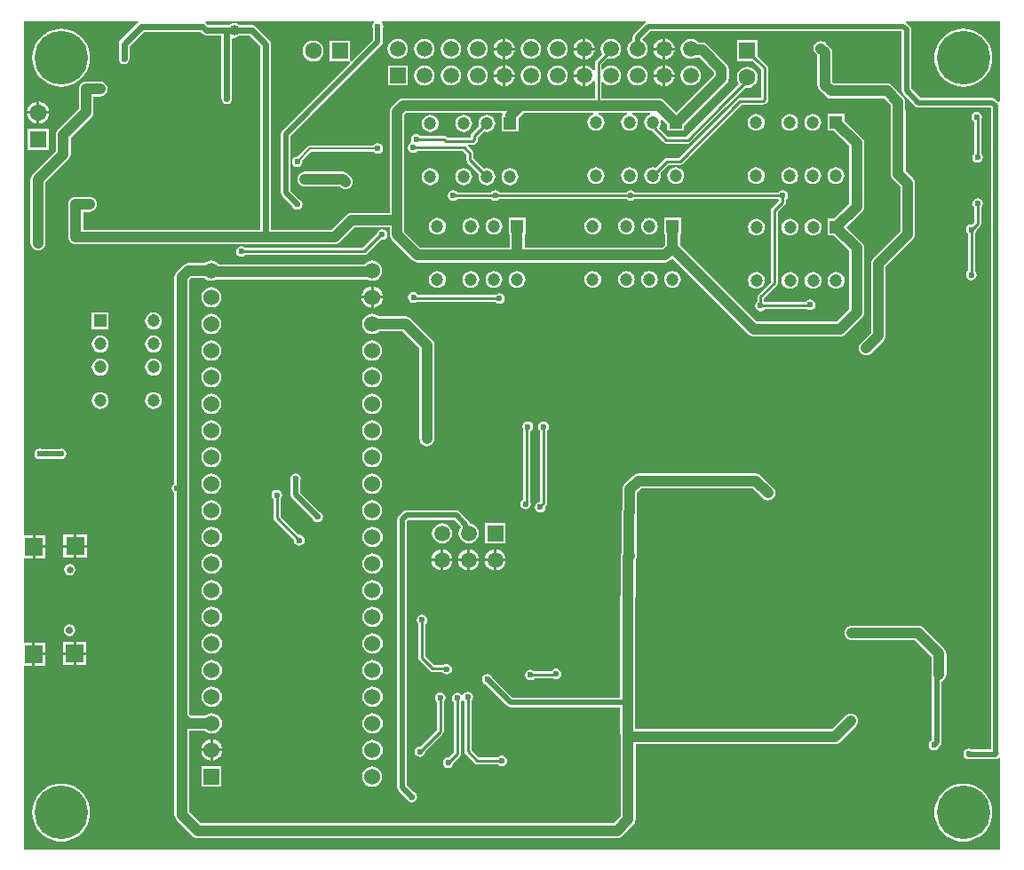
<source format=gbl>
G04*
G04 #@! TF.GenerationSoftware,Altium Limited,Altium Designer,20.2.7 (254)*
G04*
G04 Layer_Physical_Order=2*
G04 Layer_Color=16711680*
%FSLAX44Y44*%
%MOMM*%
G71*
G04*
G04 #@! TF.SameCoordinates,14443FBA-9F2F-49AC-9F3F-8E7C631A9B01*
G04*
G04*
G04 #@! TF.FilePolarity,Positive*
G04*
G01*
G75*
%ADD12C,0.2540*%
%ADD13C,0.2000*%
%ADD98C,0.6000*%
%ADD101C,1.0000*%
%ADD102C,0.5000*%
%ADD104C,0.6500*%
%ADD105R,1.7000X1.7000*%
%ADD106C,0.7000*%
%ADD107C,5.1000*%
%ADD108C,1.2000*%
%ADD109R,1.2000X1.2000*%
%ADD110R,1.2000X1.2000*%
%ADD111C,1.5000*%
%ADD112R,1.5000X1.5000*%
%ADD113R,1.6000X1.6000*%
%ADD114C,1.6000*%
%ADD115R,1.6000X1.6000*%
%ADD116R,1.5240X1.5240*%
%ADD117C,1.5240*%
%ADD118C,0.6000*%
%ADD119C,1.0000*%
G36*
X597602Y793730D02*
X596396Y792924D01*
X586232Y782761D01*
X585238Y781272D01*
X584888Y779517D01*
Y776695D01*
X584679Y776608D01*
X582695Y775085D01*
X581172Y773101D01*
X580215Y770790D01*
X579888Y768310D01*
X580215Y765830D01*
X581172Y763519D01*
X582695Y761535D01*
X584679Y760012D01*
X586990Y759054D01*
X589470Y758728D01*
X591950Y759054D01*
X594261Y760012D01*
X596245Y761535D01*
X597768Y763519D01*
X598726Y765830D01*
X599052Y768310D01*
X598726Y770790D01*
X597768Y773101D01*
X596245Y775085D01*
X594414Y776491D01*
X594299Y777549D01*
X594311Y777863D01*
X601540Y785092D01*
X841211D01*
X841452Y784851D01*
Y728530D01*
X841801Y726774D01*
X842796Y725286D01*
X854216Y713866D01*
X855704Y712871D01*
X857460Y712522D01*
X925973D01*
X926214Y712281D01*
Y100228D01*
X907578D01*
X907201Y100480D01*
X905250Y100868D01*
X903299Y100480D01*
X901645Y99375D01*
X900540Y97721D01*
X900152Y95770D01*
X900540Y93819D01*
X901645Y92165D01*
X903299Y91060D01*
X905250Y90672D01*
X907159Y91052D01*
X930802D01*
X932558Y91401D01*
X933730Y92184D01*
X935000Y91711D01*
Y5000D01*
X5000D01*
Y180160D01*
X12530D01*
Y191200D01*
Y202240D01*
X5000D01*
Y282460D01*
X12730D01*
Y293500D01*
Y304540D01*
X5000D01*
Y795000D01*
X113354D01*
X113740Y793730D01*
X113079Y793288D01*
X96395Y776605D01*
X95290Y774951D01*
X94902Y773000D01*
Y759000D01*
X95290Y757049D01*
X96395Y755395D01*
X98049Y754290D01*
X100000Y753902D01*
X101951Y754290D01*
X103605Y755395D01*
X104710Y757049D01*
X105098Y759000D01*
Y770888D01*
X118795Y784586D01*
X172518D01*
X174450Y782654D01*
X176104Y781548D01*
X178055Y781160D01*
X192890D01*
Y721000D01*
X193278Y719049D01*
X194383Y717395D01*
X196037Y716290D01*
X197988Y715902D01*
X199939Y716290D01*
X201593Y717395D01*
X202698Y719049D01*
X203086Y721000D01*
Y777911D01*
X204356Y779024D01*
X205000Y778940D01*
X206827Y779180D01*
X208530Y779885D01*
X209855Y780902D01*
X219888D01*
X229902Y770888D01*
Y596060D01*
X61060D01*
Y612990D01*
X67000D01*
X68827Y613230D01*
X70530Y613936D01*
X71992Y615057D01*
X73115Y616520D01*
X73820Y618223D01*
X74060Y620050D01*
X73820Y621877D01*
X73115Y623580D01*
X71992Y625042D01*
X70530Y626164D01*
X68827Y626870D01*
X67000Y627110D01*
X54000D01*
X52173Y626870D01*
X50470Y626164D01*
X49008Y625042D01*
X47885Y623580D01*
X47180Y621877D01*
X46940Y620050D01*
Y589000D01*
X47180Y587173D01*
X47885Y585470D01*
X49008Y584007D01*
X50470Y582886D01*
X52173Y582180D01*
X54000Y581940D01*
X301000D01*
X302827Y582180D01*
X304530Y582886D01*
X305992Y584007D01*
X319925Y597940D01*
X353170D01*
Y591200D01*
X353410Y589373D01*
X354115Y587670D01*
X355238Y586208D01*
X374680Y566766D01*
X376142Y565644D01*
X377845Y564938D01*
X379672Y564697D01*
X616068D01*
X617895Y564938D01*
X619598Y565644D01*
X621060Y566766D01*
X622871Y568576D01*
X644628Y546819D01*
X644628Y546819D01*
X695379Y496068D01*
X696842Y494945D01*
X698544Y494240D01*
X700372Y494000D01*
X782370D01*
X784197Y494240D01*
X785900Y494945D01*
X787363Y496068D01*
X803363Y512068D01*
X804484Y513530D01*
X805190Y515233D01*
X805430Y517060D01*
Y578810D01*
X805190Y580637D01*
X804484Y582340D01*
X803363Y583802D01*
X788856Y598309D01*
X803612Y613065D01*
X804734Y614528D01*
X805440Y616230D01*
X805680Y618058D01*
Y678292D01*
X805440Y680119D01*
X804734Y681822D01*
X803612Y683285D01*
X786644Y700253D01*
Y706268D01*
X770644D01*
Y690268D01*
X776659D01*
X791560Y675368D01*
Y620982D01*
X776886Y606309D01*
X770871D01*
Y590309D01*
X776886D01*
X791310Y575885D01*
Y519985D01*
X779445Y508120D01*
X703296D01*
X654613Y556804D01*
X654613Y556804D01*
X629931Y581485D01*
Y591309D01*
X630871D01*
Y607309D01*
X614871D01*
Y591309D01*
X615811D01*
Y581485D01*
X613144Y578818D01*
X481704D01*
Y591268D01*
X482644D01*
Y607268D01*
X466644D01*
Y591268D01*
X467584D01*
Y578818D01*
X382597D01*
X367290Y594124D01*
Y705528D01*
X369012Y707250D01*
X460491D01*
X461261Y706083D01*
X460872Y705309D01*
X459871D01*
Y689309D01*
X475871D01*
Y697850D01*
X475931Y698309D01*
Y701952D01*
X481228Y707250D01*
X547233D01*
X547486Y705980D01*
X545836Y705296D01*
X544165Y704014D01*
X542883Y702343D01*
X542077Y700397D01*
X541802Y698308D01*
X542077Y696220D01*
X542883Y694274D01*
X544165Y692603D01*
X545836Y691320D01*
X547783Y690514D01*
X549871Y690239D01*
X551959Y690514D01*
X553905Y691320D01*
X555577Y692603D01*
X556859Y694274D01*
X557665Y696220D01*
X557940Y698308D01*
X557665Y700397D01*
X556859Y702343D01*
X555577Y704014D01*
X553905Y705296D01*
X552256Y705980D01*
X552509Y707250D01*
X579233D01*
X579486Y705980D01*
X577836Y705296D01*
X576165Y704014D01*
X574883Y702343D01*
X574077Y700397D01*
X573802Y698308D01*
X574077Y696220D01*
X574883Y694274D01*
X576165Y692603D01*
X577836Y691320D01*
X579782Y690514D01*
X581871Y690239D01*
X583959Y690514D01*
X585905Y691320D01*
X587576Y692603D01*
X588859Y694274D01*
X589665Y696220D01*
X589940Y698308D01*
X589665Y700397D01*
X588859Y702343D01*
X587576Y704014D01*
X585905Y705296D01*
X584256Y705980D01*
X584509Y707250D01*
X601233D01*
X601486Y705980D01*
X599836Y705296D01*
X598165Y704014D01*
X596883Y702343D01*
X596077Y700397D01*
X595802Y698308D01*
X596077Y696220D01*
X596883Y694274D01*
X598165Y692603D01*
X599836Y691320D01*
X601782Y690514D01*
X603416Y690299D01*
X614512Y679202D01*
X615594Y678480D01*
X616870Y678226D01*
X637620D01*
X638896Y678480D01*
X639977Y679202D01*
X673477Y712702D01*
X673478Y712702D01*
X692241Y731466D01*
X694160Y731214D01*
X696770Y731557D01*
X699203Y732565D01*
X701292Y734168D01*
X702895Y736257D01*
X703903Y738689D01*
X704246Y741300D01*
X703903Y743911D01*
X702895Y746343D01*
X701292Y748432D01*
X699203Y750035D01*
X696770Y751043D01*
X694160Y751386D01*
X691550Y751043D01*
X689117Y750035D01*
X687028Y748432D01*
X685425Y746343D01*
X684417Y743911D01*
X684074Y741300D01*
X684417Y738689D01*
X685425Y736257D01*
X686370Y735025D01*
X668763Y717418D01*
X668762Y717418D01*
X636239Y684894D01*
X618251D01*
X609996Y693149D01*
X610859Y694274D01*
X611665Y696220D01*
X611940Y698308D01*
X611665Y700397D01*
X611427Y700971D01*
X612504Y701691D01*
X617871Y696323D01*
Y690308D01*
X633871D01*
Y695076D01*
X674470Y735675D01*
X675592Y737138D01*
X676298Y738840D01*
X676538Y740668D01*
Y748952D01*
X676298Y750779D01*
X675592Y752482D01*
X674470Y753945D01*
X656069Y772346D01*
X654607Y773468D01*
X652904Y774173D01*
X651077Y774414D01*
X647561D01*
X647046Y775085D01*
X645061Y776608D01*
X642750Y777566D01*
X640270Y777892D01*
X637790Y777566D01*
X635479Y776608D01*
X633495Y775085D01*
X631972Y773101D01*
X631015Y770790D01*
X630688Y768310D01*
X631015Y765830D01*
X631972Y763519D01*
X633495Y761535D01*
X635479Y760012D01*
X637790Y759054D01*
X640270Y758728D01*
X642750Y759054D01*
X645061Y760012D01*
X645427Y760293D01*
X648152D01*
X662418Y746028D01*
Y743592D01*
X626495Y707670D01*
X614862Y719302D01*
X613400Y720424D01*
X611697Y721130D01*
X609869Y721370D01*
X555334D01*
Y736603D01*
X556604Y737034D01*
X557295Y736134D01*
X559279Y734612D01*
X561590Y733654D01*
X564070Y733328D01*
X566550Y733654D01*
X568861Y734612D01*
X570845Y736134D01*
X572368Y738119D01*
X573326Y740430D01*
X573652Y742910D01*
X573326Y745390D01*
X572368Y747701D01*
X570845Y749685D01*
X568861Y751208D01*
X566550Y752166D01*
X564070Y752492D01*
X561590Y752166D01*
X559279Y751208D01*
X557295Y749685D01*
X556604Y748785D01*
X555334Y749217D01*
Y753619D01*
X561010Y759295D01*
X561590Y759054D01*
X564070Y758728D01*
X566550Y759054D01*
X568861Y760012D01*
X570845Y761535D01*
X572368Y763519D01*
X573326Y765830D01*
X573652Y768310D01*
X573326Y770790D01*
X572368Y773101D01*
X570845Y775085D01*
X568861Y776608D01*
X566550Y777566D01*
X564070Y777892D01*
X561590Y777566D01*
X559279Y776608D01*
X557295Y775085D01*
X555772Y773101D01*
X554815Y770790D01*
X554488Y768310D01*
X554815Y765830D01*
X555772Y763519D01*
X555786Y763501D01*
X549642Y757357D01*
X548920Y756276D01*
X548666Y755000D01*
Y748486D01*
X547525Y748021D01*
X547396Y748031D01*
X545831Y750071D01*
X543733Y751680D01*
X541291Y752692D01*
X539940Y752869D01*
Y742910D01*
Y732951D01*
X541291Y733128D01*
X543733Y734140D01*
X545831Y735749D01*
X547396Y737789D01*
X547525Y737799D01*
X548666Y737334D01*
Y721370D01*
X366088D01*
X364260Y721130D01*
X362558Y720424D01*
X361095Y719302D01*
X355238Y713445D01*
X354115Y711982D01*
X353410Y710279D01*
X353170Y708452D01*
Y612060D01*
X317000D01*
X315173Y611820D01*
X313470Y611115D01*
X312008Y609992D01*
X298076Y596060D01*
X240098D01*
Y773000D01*
X239710Y774951D01*
X238605Y776605D01*
X225605Y789605D01*
X223951Y790710D01*
X222000Y791098D01*
X209855D01*
X208530Y792114D01*
X206827Y792820D01*
X205000Y793060D01*
X203173Y792820D01*
X201470Y792114D01*
X200482Y791356D01*
X180167D01*
X178235Y793288D01*
X177574Y793730D01*
X177959Y795000D01*
X338197D01*
X338583Y793730D01*
X338395Y793605D01*
X337290Y791951D01*
X336902Y790000D01*
X337290Y788049D01*
X337412Y787867D01*
Y776900D01*
X316930Y756419D01*
X315660Y756945D01*
X315660Y757317D01*
Y776310D01*
X295660D01*
Y756310D01*
X314635D01*
X315025Y756310D01*
X315551Y755040D01*
X250756Y690244D01*
X249761Y688756D01*
X249412Y687000D01*
Y631000D01*
X249761Y629244D01*
X250756Y627756D01*
X260247Y618264D01*
X260290Y618049D01*
X261395Y616395D01*
X263049Y615290D01*
X265000Y614902D01*
X266951Y615290D01*
X268605Y616395D01*
X269710Y618049D01*
X270098Y620000D01*
X269710Y621951D01*
X268605Y623605D01*
X266951Y624710D01*
X266736Y624753D01*
X258588Y632901D01*
Y685099D01*
X345244Y771756D01*
X346239Y773244D01*
X346588Y775000D01*
Y787867D01*
X346710Y788049D01*
X347098Y790000D01*
X346710Y791951D01*
X345605Y793605D01*
X345417Y793730D01*
X345803Y795000D01*
X597305D01*
X597602Y793730D01*
D02*
G37*
G36*
X935000Y718189D02*
X933730Y717742D01*
X931117Y720354D01*
X929629Y721349D01*
X927873Y721698D01*
X859361D01*
X850628Y730431D01*
Y786751D01*
X850279Y788507D01*
X849284Y789995D01*
X846355Y792924D01*
X845150Y793730D01*
X845446Y795000D01*
X935000D01*
Y718189D01*
D02*
G37*
%LPC*%
G36*
X616140Y778269D02*
Y769580D01*
X624829D01*
X624652Y770931D01*
X623640Y773373D01*
X622031Y775471D01*
X619933Y777080D01*
X617491Y778092D01*
X616140Y778269D01*
D02*
G37*
G36*
X613600D02*
X612249Y778092D01*
X609807Y777080D01*
X607709Y775471D01*
X606100Y773373D01*
X605089Y770931D01*
X604911Y769580D01*
X613600D01*
Y778269D01*
D02*
G37*
G36*
X539940D02*
Y769580D01*
X548629D01*
X548452Y770931D01*
X547440Y773373D01*
X545831Y775471D01*
X543733Y777080D01*
X541291Y778092D01*
X539940Y778269D01*
D02*
G37*
G36*
X537400D02*
X536049Y778092D01*
X533607Y777080D01*
X531509Y775471D01*
X529900Y773373D01*
X528889Y770931D01*
X528711Y769580D01*
X537400D01*
Y778269D01*
D02*
G37*
G36*
X463740D02*
Y769580D01*
X472429D01*
X472252Y770931D01*
X471240Y773373D01*
X469631Y775471D01*
X467533Y777080D01*
X465091Y778092D01*
X463740Y778269D01*
D02*
G37*
G36*
X461200D02*
X459849Y778092D01*
X457407Y777080D01*
X455309Y775471D01*
X453700Y773373D01*
X452688Y770931D01*
X452511Y769580D01*
X461200D01*
Y778269D01*
D02*
G37*
G36*
X513270Y777892D02*
X510790Y777566D01*
X508479Y776608D01*
X506495Y775085D01*
X504972Y773101D01*
X504015Y770790D01*
X503688Y768310D01*
X504015Y765830D01*
X504972Y763519D01*
X506495Y761535D01*
X508479Y760012D01*
X510790Y759054D01*
X513270Y758728D01*
X515750Y759054D01*
X518061Y760012D01*
X520046Y761535D01*
X521568Y763519D01*
X522525Y765830D01*
X522852Y768310D01*
X522525Y770790D01*
X521568Y773101D01*
X520046Y775085D01*
X518061Y776608D01*
X515750Y777566D01*
X513270Y777892D01*
D02*
G37*
G36*
X487870D02*
X485390Y777566D01*
X483079Y776608D01*
X481095Y775085D01*
X479572Y773101D01*
X478615Y770790D01*
X478288Y768310D01*
X478615Y765830D01*
X479572Y763519D01*
X481095Y761535D01*
X483079Y760012D01*
X485390Y759054D01*
X487870Y758728D01*
X490350Y759054D01*
X492661Y760012D01*
X494646Y761535D01*
X496168Y763519D01*
X497126Y765830D01*
X497452Y768310D01*
X497126Y770790D01*
X496168Y773101D01*
X494646Y775085D01*
X492661Y776608D01*
X490350Y777566D01*
X487870Y777892D01*
D02*
G37*
G36*
X437070D02*
X434590Y777566D01*
X432279Y776608D01*
X430295Y775085D01*
X428772Y773101D01*
X427815Y770790D01*
X427488Y768310D01*
X427815Y765830D01*
X428772Y763519D01*
X430295Y761535D01*
X432279Y760012D01*
X434590Y759054D01*
X437070Y758728D01*
X439550Y759054D01*
X441861Y760012D01*
X443845Y761535D01*
X445368Y763519D01*
X446325Y765830D01*
X446652Y768310D01*
X446325Y770790D01*
X445368Y773101D01*
X443845Y775085D01*
X441861Y776608D01*
X439550Y777566D01*
X437070Y777892D01*
D02*
G37*
G36*
X411670D02*
X409190Y777566D01*
X406879Y776608D01*
X404895Y775085D01*
X403372Y773101D01*
X402415Y770790D01*
X402088Y768310D01*
X402415Y765830D01*
X403372Y763519D01*
X404895Y761535D01*
X406879Y760012D01*
X409190Y759054D01*
X411670Y758728D01*
X414150Y759054D01*
X416461Y760012D01*
X418446Y761535D01*
X419968Y763519D01*
X420925Y765830D01*
X421252Y768310D01*
X420925Y770790D01*
X419968Y773101D01*
X418446Y775085D01*
X416461Y776608D01*
X414150Y777566D01*
X411670Y777892D01*
D02*
G37*
G36*
X386270D02*
X383790Y777566D01*
X381479Y776608D01*
X379495Y775085D01*
X377972Y773101D01*
X377015Y770790D01*
X376688Y768310D01*
X377015Y765830D01*
X377972Y763519D01*
X379495Y761535D01*
X381479Y760012D01*
X383790Y759054D01*
X386270Y758728D01*
X388750Y759054D01*
X391061Y760012D01*
X393046Y761535D01*
X394568Y763519D01*
X395526Y765830D01*
X395852Y768310D01*
X395526Y770790D01*
X394568Y773101D01*
X393046Y775085D01*
X391061Y776608D01*
X388750Y777566D01*
X386270Y777892D01*
D02*
G37*
G36*
X360870D02*
X358390Y777566D01*
X356079Y776608D01*
X354095Y775085D01*
X352572Y773101D01*
X351615Y770790D01*
X351288Y768310D01*
X351615Y765830D01*
X352572Y763519D01*
X354095Y761535D01*
X356079Y760012D01*
X358390Y759054D01*
X360870Y758728D01*
X363350Y759054D01*
X365661Y760012D01*
X367645Y761535D01*
X369168Y763519D01*
X370126Y765830D01*
X370452Y768310D01*
X370126Y770790D01*
X369168Y773101D01*
X367645Y775085D01*
X365661Y776608D01*
X363350Y777566D01*
X360870Y777892D01*
D02*
G37*
G36*
X624829Y767040D02*
X616140D01*
Y758351D01*
X617491Y758528D01*
X619933Y759540D01*
X622031Y761149D01*
X623640Y763247D01*
X624652Y765689D01*
X624829Y767040D01*
D02*
G37*
G36*
X613600D02*
X604911D01*
X605089Y765689D01*
X606100Y763247D01*
X607709Y761149D01*
X609807Y759540D01*
X612249Y758528D01*
X613600Y758351D01*
Y767040D01*
D02*
G37*
G36*
X548629D02*
X539940D01*
Y758351D01*
X541291Y758528D01*
X543733Y759540D01*
X545831Y761149D01*
X547440Y763247D01*
X548452Y765689D01*
X548629Y767040D01*
D02*
G37*
G36*
X537400D02*
X528711D01*
X528889Y765689D01*
X529900Y763247D01*
X531509Y761149D01*
X533607Y759540D01*
X536049Y758528D01*
X537400Y758351D01*
Y767040D01*
D02*
G37*
G36*
X472429D02*
X463740D01*
Y758351D01*
X465091Y758528D01*
X467533Y759540D01*
X469631Y761149D01*
X471240Y763247D01*
X472252Y765689D01*
X472429Y767040D01*
D02*
G37*
G36*
X461200D02*
X452511D01*
X452688Y765689D01*
X453700Y763247D01*
X455309Y761149D01*
X457407Y759540D01*
X459849Y758528D01*
X461200Y758351D01*
Y767040D01*
D02*
G37*
G36*
X280260Y776396D02*
X277649Y776053D01*
X275217Y775045D01*
X273128Y773442D01*
X271525Y771353D01*
X270517Y768921D01*
X270174Y766310D01*
X270517Y763699D01*
X271525Y761267D01*
X273128Y759178D01*
X275217Y757575D01*
X277649Y756567D01*
X280260Y756224D01*
X282871Y756567D01*
X285303Y757575D01*
X287392Y759178D01*
X288995Y761267D01*
X290002Y763699D01*
X290346Y766310D01*
X290002Y768921D01*
X288995Y771353D01*
X287392Y773442D01*
X285303Y775045D01*
X282871Y776053D01*
X280260Y776396D01*
D02*
G37*
G36*
X616140Y752869D02*
Y744180D01*
X624829D01*
X624652Y745531D01*
X623640Y747973D01*
X622031Y750071D01*
X619933Y751680D01*
X617491Y752692D01*
X616140Y752869D01*
D02*
G37*
G36*
X613600D02*
X612249Y752692D01*
X609807Y751680D01*
X607709Y750071D01*
X606100Y747973D01*
X605089Y745531D01*
X604911Y744180D01*
X613600D01*
Y752869D01*
D02*
G37*
G36*
X537400D02*
X536049Y752692D01*
X533607Y751680D01*
X531509Y750071D01*
X529900Y747973D01*
X528889Y745531D01*
X528711Y744180D01*
X537400D01*
Y752869D01*
D02*
G37*
G36*
X463740D02*
Y744180D01*
X472429D01*
X472252Y745531D01*
X471240Y747973D01*
X469631Y750071D01*
X467533Y751680D01*
X465091Y752692D01*
X463740Y752869D01*
D02*
G37*
G36*
X461200D02*
X459849Y752692D01*
X457407Y751680D01*
X455309Y750071D01*
X453700Y747973D01*
X452688Y745531D01*
X452511Y744180D01*
X461200D01*
Y752869D01*
D02*
G37*
G36*
X370370Y752410D02*
X351370D01*
Y733410D01*
X370370D01*
Y752410D01*
D02*
G37*
G36*
X640270Y752492D02*
X637790Y752166D01*
X635479Y751208D01*
X633495Y749685D01*
X631972Y747701D01*
X631015Y745390D01*
X630688Y742910D01*
X631015Y740430D01*
X631972Y738119D01*
X633495Y736134D01*
X635479Y734612D01*
X637790Y733654D01*
X640270Y733328D01*
X642750Y733654D01*
X645061Y734612D01*
X647046Y736134D01*
X648568Y738119D01*
X649526Y740430D01*
X649852Y742910D01*
X649526Y745390D01*
X648568Y747701D01*
X647046Y749685D01*
X645061Y751208D01*
X642750Y752166D01*
X640270Y752492D01*
D02*
G37*
G36*
X589470D02*
X586990Y752166D01*
X584679Y751208D01*
X582695Y749685D01*
X581172Y747701D01*
X580215Y745390D01*
X579888Y742910D01*
X580215Y740430D01*
X581172Y738119D01*
X582695Y736134D01*
X584679Y734612D01*
X586990Y733654D01*
X589470Y733328D01*
X591950Y733654D01*
X594261Y734612D01*
X596245Y736134D01*
X597768Y738119D01*
X598726Y740430D01*
X599052Y742910D01*
X598726Y745390D01*
X597768Y747701D01*
X596245Y749685D01*
X594261Y751208D01*
X591950Y752166D01*
X589470Y752492D01*
D02*
G37*
G36*
X513270D02*
X510790Y752166D01*
X508479Y751208D01*
X506495Y749685D01*
X504972Y747701D01*
X504015Y745390D01*
X503688Y742910D01*
X504015Y740430D01*
X504972Y738119D01*
X506495Y736134D01*
X508479Y734612D01*
X510790Y733654D01*
X513270Y733328D01*
X515750Y733654D01*
X518061Y734612D01*
X520046Y736134D01*
X521568Y738119D01*
X522525Y740430D01*
X522852Y742910D01*
X522525Y745390D01*
X521568Y747701D01*
X520046Y749685D01*
X518061Y751208D01*
X515750Y752166D01*
X513270Y752492D01*
D02*
G37*
G36*
X487870D02*
X485390Y752166D01*
X483079Y751208D01*
X481095Y749685D01*
X479572Y747701D01*
X478615Y745390D01*
X478288Y742910D01*
X478615Y740430D01*
X479572Y738119D01*
X481095Y736134D01*
X483079Y734612D01*
X485390Y733654D01*
X487870Y733328D01*
X490350Y733654D01*
X492661Y734612D01*
X494646Y736134D01*
X496168Y738119D01*
X497126Y740430D01*
X497452Y742910D01*
X497126Y745390D01*
X496168Y747701D01*
X494646Y749685D01*
X492661Y751208D01*
X490350Y752166D01*
X487870Y752492D01*
D02*
G37*
G36*
X437070D02*
X434590Y752166D01*
X432279Y751208D01*
X430295Y749685D01*
X428772Y747701D01*
X427815Y745390D01*
X427488Y742910D01*
X427815Y740430D01*
X428772Y738119D01*
X430295Y736134D01*
X432279Y734612D01*
X434590Y733654D01*
X437070Y733328D01*
X439550Y733654D01*
X441861Y734612D01*
X443845Y736134D01*
X445368Y738119D01*
X446325Y740430D01*
X446652Y742910D01*
X446325Y745390D01*
X445368Y747701D01*
X443845Y749685D01*
X441861Y751208D01*
X439550Y752166D01*
X437070Y752492D01*
D02*
G37*
G36*
X411670D02*
X409190Y752166D01*
X406879Y751208D01*
X404895Y749685D01*
X403372Y747701D01*
X402415Y745390D01*
X402088Y742910D01*
X402415Y740430D01*
X403372Y738119D01*
X404895Y736134D01*
X406879Y734612D01*
X409190Y733654D01*
X411670Y733328D01*
X414150Y733654D01*
X416461Y734612D01*
X418446Y736134D01*
X419968Y738119D01*
X420925Y740430D01*
X421252Y742910D01*
X420925Y745390D01*
X419968Y747701D01*
X418446Y749685D01*
X416461Y751208D01*
X414150Y752166D01*
X411670Y752492D01*
D02*
G37*
G36*
X386270D02*
X383790Y752166D01*
X381479Y751208D01*
X379495Y749685D01*
X377972Y747701D01*
X377015Y745390D01*
X376688Y742910D01*
X377015Y740430D01*
X377972Y738119D01*
X379495Y736134D01*
X381479Y734612D01*
X383790Y733654D01*
X386270Y733328D01*
X388750Y733654D01*
X391061Y734612D01*
X393046Y736134D01*
X394568Y738119D01*
X395526Y740430D01*
X395852Y742910D01*
X395526Y745390D01*
X394568Y747701D01*
X393046Y749685D01*
X391061Y751208D01*
X388750Y752166D01*
X386270Y752492D01*
D02*
G37*
G36*
X624829Y741640D02*
X616140D01*
Y732951D01*
X617491Y733128D01*
X619933Y734140D01*
X622031Y735749D01*
X623640Y737847D01*
X624652Y740289D01*
X624829Y741640D01*
D02*
G37*
G36*
X613600D02*
X604911D01*
X605089Y740289D01*
X606100Y737847D01*
X607709Y735749D01*
X609807Y734140D01*
X612249Y733128D01*
X613600Y732951D01*
Y741640D01*
D02*
G37*
G36*
X537400D02*
X528711D01*
X528889Y740289D01*
X529900Y737847D01*
X531509Y735749D01*
X533607Y734140D01*
X536049Y733128D01*
X537400Y732951D01*
Y741640D01*
D02*
G37*
G36*
X472429D02*
X463740D01*
Y732951D01*
X465091Y733128D01*
X467533Y734140D01*
X469631Y735749D01*
X471240Y737847D01*
X472252Y740289D01*
X472429Y741640D01*
D02*
G37*
G36*
X461200D02*
X452511D01*
X452688Y740289D01*
X453700Y737847D01*
X455309Y735749D01*
X457407Y734140D01*
X459849Y733128D01*
X461200Y732951D01*
Y741640D01*
D02*
G37*
G36*
X40040Y787525D02*
X35725Y787185D01*
X31516Y786175D01*
X27517Y784518D01*
X23826Y782257D01*
X20534Y779446D01*
X17723Y776154D01*
X15462Y772463D01*
X13805Y768464D01*
X12795Y764255D01*
X12455Y759940D01*
X12795Y755625D01*
X13805Y751416D01*
X15462Y747417D01*
X17723Y743726D01*
X20534Y740434D01*
X23826Y737623D01*
X27517Y735361D01*
X31516Y733705D01*
X35725Y732695D01*
X40040Y732355D01*
X44355Y732695D01*
X48564Y733705D01*
X52563Y735361D01*
X56254Y737623D01*
X59546Y740434D01*
X62357Y743726D01*
X64618Y747417D01*
X66275Y751416D01*
X67285Y755625D01*
X67625Y759940D01*
X67285Y764255D01*
X66275Y768464D01*
X64618Y772463D01*
X62357Y776154D01*
X59546Y779446D01*
X56254Y782257D01*
X52563Y784518D01*
X48564Y786175D01*
X44355Y787185D01*
X40040Y787525D01*
D02*
G37*
G36*
X19270Y718164D02*
Y708970D01*
X28464D01*
X28269Y710452D01*
X27207Y713016D01*
X25517Y715217D01*
X23315Y716907D01*
X20752Y717969D01*
X19270Y718164D01*
D02*
G37*
G36*
X16730Y718164D02*
X15249Y717969D01*
X12685Y716907D01*
X10483Y715217D01*
X8793Y713016D01*
X7731Y710452D01*
X7536Y708970D01*
X16730D01*
Y718164D01*
D02*
G37*
G36*
Y706430D02*
X7536D01*
X7731Y704949D01*
X8793Y702384D01*
X10483Y700183D01*
X12685Y698493D01*
X15249Y697431D01*
X16730Y697236D01*
Y706430D01*
D02*
G37*
G36*
X28464D02*
X19270D01*
Y697236D01*
X20752Y697431D01*
X23315Y698493D01*
X25517Y700183D01*
X27207Y702384D01*
X28269Y704949D01*
X28464Y706430D01*
D02*
G37*
G36*
X756644Y706337D02*
X754556Y706062D01*
X752609Y705256D01*
X750938Y703974D01*
X749656Y702303D01*
X748850Y700357D01*
X748575Y698268D01*
X748850Y696180D01*
X749656Y694233D01*
X750938Y692562D01*
X752609Y691280D01*
X754556Y690474D01*
X756644Y690199D01*
X758732Y690474D01*
X760678Y691280D01*
X762350Y692562D01*
X763632Y694233D01*
X764438Y696180D01*
X764713Y698268D01*
X764438Y700357D01*
X763632Y702303D01*
X762350Y703974D01*
X760678Y705256D01*
X758732Y706062D01*
X756644Y706337D01*
D02*
G37*
G36*
X734644D02*
X732556Y706062D01*
X730610Y705256D01*
X728938Y703974D01*
X727656Y702303D01*
X726850Y700357D01*
X726575Y698268D01*
X726850Y696180D01*
X727656Y694233D01*
X728938Y692562D01*
X730610Y691280D01*
X732556Y690474D01*
X734644Y690199D01*
X736732Y690474D01*
X738679Y691280D01*
X740350Y692562D01*
X741632Y694233D01*
X742438Y696180D01*
X742713Y698268D01*
X742438Y700357D01*
X741632Y702303D01*
X740350Y703974D01*
X738679Y705256D01*
X736732Y706062D01*
X734644Y706337D01*
D02*
G37*
G36*
X702644D02*
X700556Y706062D01*
X698609Y705256D01*
X696938Y703974D01*
X695656Y702303D01*
X694850Y700357D01*
X694575Y698268D01*
X694850Y696180D01*
X695656Y694233D01*
X696938Y692562D01*
X698609Y691280D01*
X700556Y690474D01*
X702644Y690199D01*
X704732Y690474D01*
X706678Y691280D01*
X708350Y692562D01*
X709632Y694233D01*
X710438Y696180D01*
X710713Y698268D01*
X710438Y700357D01*
X709632Y702303D01*
X708350Y703974D01*
X706678Y705256D01*
X704732Y706062D01*
X702644Y706337D01*
D02*
G37*
G36*
X445871Y705378D02*
X443782Y705103D01*
X441836Y704297D01*
X440165Y703015D01*
X438883Y701344D01*
X438077Y699397D01*
X437802Y697309D01*
X438077Y695221D01*
X438367Y694520D01*
X431512Y687666D01*
X430790Y686584D01*
X430536Y685308D01*
Y683644D01*
X408189D01*
X407452Y684381D01*
X406370Y685104D01*
X405094Y685358D01*
X382369D01*
X382188Y685628D01*
X380535Y686733D01*
X378584Y687122D01*
X376633Y686733D01*
X374979Y685628D01*
X373874Y683975D01*
X373486Y682024D01*
X373874Y680073D01*
X373293Y678656D01*
X372071Y677839D01*
X370965Y676186D01*
X370577Y674235D01*
X370965Y672284D01*
X372071Y670630D01*
X373725Y669525D01*
X375675Y669137D01*
X377626Y669525D01*
X379280Y670630D01*
X379461Y670901D01*
X423077D01*
X426536Y667441D01*
Y662510D01*
X426790Y661234D01*
X427513Y660152D01*
X438367Y649298D01*
X438077Y648597D01*
X437802Y646509D01*
X438077Y644421D01*
X438883Y642475D01*
X440165Y640803D01*
X441836Y639521D01*
X443782Y638715D01*
X445871Y638440D01*
X447959Y638715D01*
X449905Y639521D01*
X451576Y640803D01*
X452859Y642475D01*
X453665Y644421D01*
X453940Y646509D01*
X453665Y648597D01*
X452859Y650544D01*
X451576Y652215D01*
X449905Y653497D01*
X447959Y654303D01*
X445871Y654578D01*
X443782Y654303D01*
X443082Y654013D01*
X433204Y663891D01*
Y668822D01*
X432950Y670098D01*
X432228Y671180D01*
X427701Y675706D01*
X428227Y676976D01*
X432382D01*
X433658Y677230D01*
X434740Y677952D01*
X436227Y679440D01*
X436950Y680522D01*
X437204Y681798D01*
Y683927D01*
X443082Y689805D01*
X443782Y689515D01*
X445871Y689240D01*
X447959Y689515D01*
X449905Y690321D01*
X451576Y691603D01*
X452859Y693275D01*
X453665Y695221D01*
X453940Y697309D01*
X453665Y699397D01*
X452859Y701344D01*
X451576Y703015D01*
X449905Y704297D01*
X447959Y705103D01*
X445871Y705378D01*
D02*
G37*
G36*
X423871D02*
X421782Y705103D01*
X419836Y704297D01*
X418165Y703015D01*
X416883Y701344D01*
X416077Y699397D01*
X415802Y697309D01*
X416077Y695221D01*
X416883Y693275D01*
X418165Y691603D01*
X419836Y690321D01*
X421782Y689515D01*
X423871Y689240D01*
X425959Y689515D01*
X427905Y690321D01*
X429576Y691603D01*
X430859Y693275D01*
X431665Y695221D01*
X431940Y697309D01*
X431665Y699397D01*
X430859Y701344D01*
X429576Y703015D01*
X427905Y704297D01*
X425959Y705103D01*
X423871Y705378D01*
D02*
G37*
G36*
X391871D02*
X389782Y705103D01*
X387836Y704297D01*
X386165Y703015D01*
X384883Y701344D01*
X384077Y699397D01*
X383802Y697309D01*
X384077Y695221D01*
X384883Y693275D01*
X386165Y691603D01*
X387836Y690321D01*
X389782Y689515D01*
X391871Y689240D01*
X393959Y689515D01*
X395905Y690321D01*
X397576Y691603D01*
X398859Y693275D01*
X399665Y695221D01*
X399940Y697309D01*
X399665Y699397D01*
X398859Y701344D01*
X397576Y703015D01*
X395905Y704297D01*
X393959Y705103D01*
X391871Y705378D01*
D02*
G37*
G36*
X341960Y678408D02*
X340009Y678020D01*
X338355Y676915D01*
X337990Y676369D01*
X277650D01*
X277650Y676369D01*
X276479Y676136D01*
X275487Y675473D01*
X265704Y665690D01*
X265060Y665818D01*
X263109Y665430D01*
X261455Y664325D01*
X260350Y662671D01*
X259962Y660720D01*
X260350Y658769D01*
X261455Y657115D01*
X263109Y656010D01*
X265060Y655622D01*
X267011Y656010D01*
X268665Y657115D01*
X269770Y658769D01*
X270158Y660720D01*
X270030Y661364D01*
X278917Y670251D01*
X337990D01*
X338355Y669705D01*
X340009Y668600D01*
X341960Y668212D01*
X343911Y668600D01*
X345565Y669705D01*
X346670Y671359D01*
X347058Y673310D01*
X346670Y675261D01*
X345565Y676915D01*
X343911Y678020D01*
X341960Y678408D01*
D02*
G37*
G36*
X28000Y692300D02*
X8000D01*
Y672300D01*
X28000D01*
Y692300D01*
D02*
G37*
G36*
X912820Y708438D02*
X910869Y708050D01*
X909215Y706945D01*
X908110Y705291D01*
X907722Y703340D01*
X908110Y701389D01*
X909215Y699735D01*
X910396Y698946D01*
Y668686D01*
X910125Y668505D01*
X909020Y666851D01*
X908632Y664900D01*
X909020Y662949D01*
X910125Y661295D01*
X911779Y660190D01*
X913730Y659802D01*
X915681Y660190D01*
X917335Y661295D01*
X918440Y662949D01*
X918828Y664900D01*
X918440Y666851D01*
X917335Y668505D01*
X917064Y668686D01*
Y700692D01*
X917530Y701389D01*
X917918Y703340D01*
X917530Y705291D01*
X916425Y706945D01*
X914771Y708050D01*
X912820Y708438D01*
D02*
G37*
G36*
X704160Y776700D02*
X684160D01*
Y756700D01*
X699445D01*
X701003Y755143D01*
X701003Y755142D01*
X707276Y748869D01*
Y721954D01*
X687430D01*
X686154Y721700D01*
X685072Y720977D01*
X628489Y664394D01*
X617422D01*
X616147Y664140D01*
X615065Y663418D01*
X606660Y655012D01*
X605959Y655302D01*
X603871Y655577D01*
X601782Y655302D01*
X599836Y654496D01*
X598165Y653214D01*
X596883Y651543D01*
X596077Y649597D01*
X595802Y647508D01*
X596077Y645420D01*
X596883Y643474D01*
X598165Y641803D01*
X599836Y640520D01*
X601782Y639714D01*
X603871Y639439D01*
X605959Y639714D01*
X607905Y640520D01*
X609577Y641803D01*
X610859Y643474D01*
X611665Y645420D01*
X611940Y647508D01*
X611665Y649597D01*
X611375Y650297D01*
X618803Y657726D01*
X629870D01*
X631146Y657980D01*
X632228Y658702D01*
X688811Y715286D01*
X709122D01*
X710398Y715540D01*
X711480Y716262D01*
X712968Y717750D01*
X713690Y718832D01*
X713944Y720108D01*
Y750250D01*
X713690Y751526D01*
X712968Y752607D01*
X704160Y761415D01*
Y776700D01*
D02*
G37*
G36*
X625871Y655577D02*
X623783Y655302D01*
X621836Y654496D01*
X620165Y653214D01*
X618883Y651543D01*
X618077Y649597D01*
X617802Y647508D01*
X618077Y645420D01*
X618883Y643474D01*
X620165Y641803D01*
X621836Y640520D01*
X623783Y639714D01*
X625871Y639439D01*
X627959Y639714D01*
X629905Y640520D01*
X631577Y641803D01*
X632859Y643474D01*
X633665Y645420D01*
X633940Y647508D01*
X633665Y649597D01*
X632859Y651543D01*
X631577Y653214D01*
X629905Y654496D01*
X627959Y655302D01*
X625871Y655577D01*
D02*
G37*
G36*
X581871D02*
X579782Y655302D01*
X577836Y654496D01*
X576165Y653214D01*
X574883Y651543D01*
X574077Y649597D01*
X573802Y647508D01*
X574077Y645420D01*
X574883Y643474D01*
X576165Y641803D01*
X577836Y640520D01*
X579782Y639714D01*
X581871Y639439D01*
X583959Y639714D01*
X585905Y640520D01*
X587576Y641803D01*
X588859Y643474D01*
X589665Y645420D01*
X589940Y647508D01*
X589665Y649597D01*
X588859Y651543D01*
X587576Y653214D01*
X585905Y654496D01*
X583959Y655302D01*
X581871Y655577D01*
D02*
G37*
G36*
X549871D02*
X547783Y655302D01*
X545836Y654496D01*
X544165Y653214D01*
X542883Y651543D01*
X542077Y649597D01*
X541802Y647508D01*
X542077Y645420D01*
X542883Y643474D01*
X544165Y641803D01*
X545836Y640520D01*
X547783Y639714D01*
X549871Y639439D01*
X551959Y639714D01*
X553905Y640520D01*
X555577Y641803D01*
X556859Y643474D01*
X557665Y645420D01*
X557940Y647508D01*
X557665Y649597D01*
X556859Y651543D01*
X555577Y653214D01*
X553905Y654496D01*
X551959Y655302D01*
X549871Y655577D01*
D02*
G37*
G36*
X778644Y655537D02*
X776556Y655262D01*
X774610Y654456D01*
X772938Y653174D01*
X771656Y651503D01*
X770850Y649557D01*
X770575Y647468D01*
X770850Y645380D01*
X771656Y643434D01*
X772938Y641762D01*
X774610Y640480D01*
X776556Y639674D01*
X778644Y639399D01*
X780732Y639674D01*
X782679Y640480D01*
X784350Y641762D01*
X785632Y643434D01*
X786438Y645380D01*
X786713Y647468D01*
X786438Y649557D01*
X785632Y651503D01*
X784350Y653174D01*
X782679Y654456D01*
X780732Y655262D01*
X778644Y655537D01*
D02*
G37*
G36*
X756644D02*
X754556Y655262D01*
X752609Y654456D01*
X750938Y653174D01*
X749656Y651503D01*
X748850Y649557D01*
X748575Y647468D01*
X748850Y645380D01*
X749656Y643434D01*
X750938Y641762D01*
X752609Y640480D01*
X754556Y639674D01*
X756644Y639399D01*
X758732Y639674D01*
X760678Y640480D01*
X762350Y641762D01*
X763632Y643434D01*
X764438Y645380D01*
X764713Y647468D01*
X764438Y649557D01*
X763632Y651503D01*
X762350Y653174D01*
X760678Y654456D01*
X758732Y655262D01*
X756644Y655537D01*
D02*
G37*
G36*
X734644D02*
X732556Y655262D01*
X730610Y654456D01*
X728938Y653174D01*
X727656Y651503D01*
X726850Y649557D01*
X726575Y647468D01*
X726850Y645380D01*
X727656Y643434D01*
X728938Y641762D01*
X730610Y640480D01*
X732556Y639674D01*
X734644Y639399D01*
X736732Y639674D01*
X738679Y640480D01*
X740350Y641762D01*
X741632Y643434D01*
X742438Y645380D01*
X742713Y647468D01*
X742438Y649557D01*
X741632Y651503D01*
X740350Y653174D01*
X738679Y654456D01*
X736732Y655262D01*
X734644Y655537D01*
D02*
G37*
G36*
X702644D02*
X700556Y655262D01*
X698609Y654456D01*
X696938Y653174D01*
X695656Y651503D01*
X694850Y649557D01*
X694575Y647468D01*
X694850Y645380D01*
X695656Y643434D01*
X696938Y641762D01*
X698609Y640480D01*
X700556Y639674D01*
X702644Y639399D01*
X704732Y639674D01*
X706678Y640480D01*
X708350Y641762D01*
X709632Y643434D01*
X710438Y645380D01*
X710713Y647468D01*
X710438Y649557D01*
X709632Y651503D01*
X708350Y653174D01*
X706678Y654456D01*
X704732Y655262D01*
X702644Y655537D01*
D02*
G37*
G36*
X467871Y654578D02*
X465783Y654303D01*
X463836Y653497D01*
X462165Y652215D01*
X460883Y650544D01*
X460077Y648597D01*
X459802Y646509D01*
X460077Y644421D01*
X460883Y642475D01*
X462165Y640803D01*
X463836Y639521D01*
X465783Y638715D01*
X467871Y638440D01*
X469959Y638715D01*
X471905Y639521D01*
X473577Y640803D01*
X474859Y642475D01*
X475665Y644421D01*
X475940Y646509D01*
X475665Y648597D01*
X474859Y650544D01*
X473577Y652215D01*
X471905Y653497D01*
X469959Y654303D01*
X467871Y654578D01*
D02*
G37*
G36*
X423871D02*
X421782Y654303D01*
X419836Y653497D01*
X418165Y652215D01*
X416883Y650544D01*
X416077Y648597D01*
X415802Y646509D01*
X416077Y644421D01*
X416883Y642475D01*
X418165Y640803D01*
X419836Y639521D01*
X421782Y638715D01*
X423871Y638440D01*
X425959Y638715D01*
X427905Y639521D01*
X429576Y640803D01*
X430859Y642475D01*
X431665Y644421D01*
X431940Y646509D01*
X431665Y648597D01*
X430859Y650544D01*
X429576Y652215D01*
X427905Y653497D01*
X425959Y654303D01*
X423871Y654578D01*
D02*
G37*
G36*
X391871D02*
X389782Y654303D01*
X387836Y653497D01*
X386165Y652215D01*
X384883Y650544D01*
X384077Y648597D01*
X383802Y646509D01*
X384077Y644421D01*
X384883Y642475D01*
X386165Y640803D01*
X387836Y639521D01*
X389782Y638715D01*
X391871Y638440D01*
X393959Y638715D01*
X395905Y639521D01*
X397576Y640803D01*
X398859Y642475D01*
X399665Y644421D01*
X399940Y646509D01*
X399665Y648597D01*
X398859Y650544D01*
X397576Y652215D01*
X395905Y653497D01*
X393959Y654303D01*
X391871Y654578D01*
D02*
G37*
G36*
X308540Y651170D02*
X272223D01*
X270396Y650930D01*
X268693Y650225D01*
X267230Y649102D01*
X266108Y647640D01*
X265403Y645937D01*
X265163Y644110D01*
X265403Y642283D01*
X266108Y640580D01*
X267230Y639118D01*
X268693Y637995D01*
X270396Y637290D01*
X272223Y637050D01*
X305616D01*
X306038Y636628D01*
X307500Y635505D01*
X309203Y634800D01*
X311030Y634560D01*
X312857Y634800D01*
X314560Y635505D01*
X316022Y636628D01*
X317145Y638090D01*
X317850Y639793D01*
X318090Y641620D01*
X317850Y643447D01*
X317145Y645150D01*
X316022Y646612D01*
X313533Y649102D01*
X312070Y650225D01*
X310367Y650930D01*
X308540Y651170D01*
D02*
G37*
G36*
X727870Y633408D02*
X725919Y633020D01*
X724265Y631915D01*
X724084Y631644D01*
X586656D01*
X586475Y631915D01*
X584821Y633020D01*
X582870Y633408D01*
X580919Y633020D01*
X579265Y631915D01*
X579084Y631644D01*
X457656D01*
X457475Y631915D01*
X455821Y633020D01*
X453870Y633408D01*
X451919Y633020D01*
X450265Y631915D01*
X450084Y631644D01*
X417656D01*
X417475Y631915D01*
X415821Y633020D01*
X413870Y633408D01*
X411919Y633020D01*
X410265Y631915D01*
X409160Y630261D01*
X408772Y628310D01*
X409160Y626359D01*
X410265Y624705D01*
X411919Y623600D01*
X413870Y623212D01*
X415821Y623600D01*
X417475Y624705D01*
X417656Y624976D01*
X450084D01*
X450265Y624705D01*
X451919Y623600D01*
X453870Y623212D01*
X455821Y623600D01*
X457475Y624705D01*
X457656Y624976D01*
X579084D01*
X579265Y624705D01*
X580919Y623600D01*
X582870Y623212D01*
X584821Y623600D01*
X586475Y624705D01*
X586656Y624976D01*
X723102D01*
X724242Y623771D01*
X724233Y623388D01*
X717513Y616668D01*
X716790Y615586D01*
X716536Y614310D01*
Y546159D01*
X704512Y534136D01*
X703790Y533054D01*
X703536Y531778D01*
Y527096D01*
X703265Y526915D01*
X702160Y525261D01*
X701772Y523310D01*
X702160Y521359D01*
X703265Y519705D01*
X704919Y518600D01*
X706870Y518212D01*
X708821Y518600D01*
X710475Y519705D01*
X710990Y520476D01*
X750608D01*
X751919Y519600D01*
X753870Y519212D01*
X755821Y519600D01*
X757475Y520705D01*
X758580Y522359D01*
X758968Y524310D01*
X758580Y526261D01*
X757475Y527915D01*
X755821Y529020D01*
X753870Y529408D01*
X751919Y529020D01*
X750265Y527915D01*
X749750Y527144D01*
X710204D01*
Y530397D01*
X722227Y542421D01*
X722950Y543502D01*
X723204Y544778D01*
Y612929D01*
X730228Y619953D01*
X730950Y621034D01*
X731204Y622310D01*
Y624524D01*
X731475Y624705D01*
X732580Y626359D01*
X732968Y628310D01*
X732580Y630261D01*
X731475Y631915D01*
X729821Y633020D01*
X727870Y633408D01*
D02*
G37*
G36*
X913730Y625998D02*
X911779Y625610D01*
X910125Y624505D01*
X909020Y622851D01*
X908632Y620900D01*
X909020Y618949D01*
X910125Y617295D01*
X910396Y617114D01*
Y603281D01*
X908049Y600934D01*
X907730Y600998D01*
X905779Y600610D01*
X904125Y599505D01*
X903020Y597851D01*
X902632Y595900D01*
X903020Y593949D01*
X904125Y592295D01*
X904396Y592114D01*
Y556686D01*
X904125Y556505D01*
X903020Y554851D01*
X902632Y552900D01*
X903020Y550949D01*
X904125Y549295D01*
X905779Y548190D01*
X907730Y547802D01*
X909681Y548190D01*
X911335Y549295D01*
X912440Y550949D01*
X912828Y552900D01*
X912440Y554851D01*
X911335Y556505D01*
X911064Y556686D01*
Y592114D01*
X911335Y592295D01*
X912440Y593949D01*
X912828Y595900D01*
X912764Y596219D01*
X916088Y599543D01*
X916810Y600624D01*
X917064Y601900D01*
Y617114D01*
X917335Y617295D01*
X918440Y618949D01*
X918828Y620900D01*
X918440Y622851D01*
X917335Y624505D01*
X915681Y625610D01*
X913730Y625998D01*
D02*
G37*
G36*
X600871Y607378D02*
X598783Y607103D01*
X596836Y606297D01*
X595165Y605015D01*
X593883Y603344D01*
X593077Y601398D01*
X592802Y599309D01*
X593077Y597221D01*
X593883Y595275D01*
X595165Y593604D01*
X596836Y592321D01*
X598783Y591515D01*
X600871Y591240D01*
X602959Y591515D01*
X604905Y592321D01*
X606577Y593604D01*
X607859Y595275D01*
X608665Y597221D01*
X608940Y599309D01*
X608665Y601398D01*
X607859Y603344D01*
X606577Y605015D01*
X604905Y606297D01*
X602959Y607103D01*
X600871Y607378D01*
D02*
G37*
G36*
X578871D02*
X576782Y607103D01*
X574836Y606297D01*
X573165Y605015D01*
X571883Y603344D01*
X571077Y601398D01*
X570802Y599309D01*
X571077Y597221D01*
X571883Y595275D01*
X573165Y593604D01*
X574836Y592321D01*
X576782Y591515D01*
X578871Y591240D01*
X580959Y591515D01*
X582905Y592321D01*
X584577Y593604D01*
X585859Y595275D01*
X586665Y597221D01*
X586940Y599309D01*
X586665Y601398D01*
X585859Y603344D01*
X584577Y605015D01*
X582905Y606297D01*
X580959Y607103D01*
X578871Y607378D01*
D02*
G37*
G36*
X546871D02*
X544782Y607103D01*
X542836Y606297D01*
X541165Y605015D01*
X539883Y603344D01*
X539077Y601398D01*
X538802Y599309D01*
X539077Y597221D01*
X539883Y595275D01*
X541165Y593604D01*
X542836Y592321D01*
X544782Y591515D01*
X546871Y591240D01*
X548959Y591515D01*
X550905Y592321D01*
X552577Y593604D01*
X553859Y595275D01*
X554665Y597221D01*
X554940Y599309D01*
X554665Y601398D01*
X553859Y603344D01*
X552577Y605015D01*
X550905Y606297D01*
X548959Y607103D01*
X546871Y607378D01*
D02*
G37*
G36*
X452644Y607337D02*
X450556Y607062D01*
X448610Y606256D01*
X446938Y604973D01*
X445656Y603302D01*
X444850Y601356D01*
X444575Y599268D01*
X444850Y597179D01*
X445656Y595233D01*
X446938Y593562D01*
X448610Y592280D01*
X450556Y591474D01*
X452644Y591199D01*
X454733Y591474D01*
X456679Y592280D01*
X458350Y593562D01*
X459632Y595233D01*
X460438Y597179D01*
X460713Y599268D01*
X460438Y601356D01*
X459632Y603302D01*
X458350Y604973D01*
X456679Y606256D01*
X454733Y607062D01*
X452644Y607337D01*
D02*
G37*
G36*
X430644D02*
X428556Y607062D01*
X426609Y606256D01*
X424938Y604973D01*
X423656Y603302D01*
X422850Y601356D01*
X422575Y599268D01*
X422850Y597179D01*
X423656Y595233D01*
X424938Y593562D01*
X426609Y592280D01*
X428556Y591474D01*
X430644Y591199D01*
X432733Y591474D01*
X434679Y592280D01*
X436350Y593562D01*
X437632Y595233D01*
X438438Y597179D01*
X438713Y599268D01*
X438438Y601356D01*
X437632Y603302D01*
X436350Y604973D01*
X434679Y606256D01*
X432733Y607062D01*
X430644Y607337D01*
D02*
G37*
G36*
X398644D02*
X396556Y607062D01*
X394609Y606256D01*
X392938Y604973D01*
X391656Y603302D01*
X390850Y601356D01*
X390575Y599268D01*
X390850Y597179D01*
X391656Y595233D01*
X392938Y593562D01*
X394609Y592280D01*
X396556Y591474D01*
X398644Y591199D01*
X400732Y591474D01*
X402679Y592280D01*
X404350Y593562D01*
X405632Y595233D01*
X406438Y597179D01*
X406713Y599268D01*
X406438Y601356D01*
X405632Y603302D01*
X404350Y604973D01*
X402679Y606256D01*
X400732Y607062D01*
X398644Y607337D01*
D02*
G37*
G36*
X756871Y606378D02*
X754782Y606103D01*
X752836Y605297D01*
X751165Y604014D01*
X749883Y602343D01*
X749077Y600397D01*
X748802Y598309D01*
X749077Y596220D01*
X749883Y594274D01*
X751165Y592603D01*
X752836Y591321D01*
X754782Y590515D01*
X756871Y590240D01*
X758959Y590515D01*
X760905Y591321D01*
X762577Y592603D01*
X763859Y594274D01*
X764665Y596220D01*
X764940Y598309D01*
X764665Y600397D01*
X763859Y602343D01*
X762577Y604014D01*
X760905Y605297D01*
X758959Y606103D01*
X756871Y606378D01*
D02*
G37*
G36*
X734871D02*
X732783Y606103D01*
X730836Y605297D01*
X729165Y604014D01*
X727883Y602343D01*
X727077Y600397D01*
X726802Y598309D01*
X727077Y596220D01*
X727883Y594274D01*
X729165Y592603D01*
X730836Y591321D01*
X732783Y590515D01*
X734871Y590240D01*
X736959Y590515D01*
X738905Y591321D01*
X740576Y592603D01*
X741859Y594274D01*
X742665Y596220D01*
X742940Y598309D01*
X742665Y600397D01*
X741859Y602343D01*
X740576Y604014D01*
X738905Y605297D01*
X736959Y606103D01*
X734871Y606378D01*
D02*
G37*
G36*
X702871D02*
X700782Y606103D01*
X698836Y605297D01*
X697165Y604014D01*
X695883Y602343D01*
X695077Y600397D01*
X694802Y598309D01*
X695077Y596220D01*
X695883Y594274D01*
X697165Y592603D01*
X698836Y591321D01*
X700782Y590515D01*
X702871Y590240D01*
X704959Y590515D01*
X706905Y591321D01*
X708577Y592603D01*
X709859Y594274D01*
X710665Y596220D01*
X710940Y598309D01*
X710665Y600397D01*
X709859Y602343D01*
X708577Y604014D01*
X706905Y605297D01*
X704959Y606103D01*
X702871Y606378D01*
D02*
G37*
G36*
X346200Y596388D02*
X344249Y596000D01*
X342595Y594895D01*
X341490Y593241D01*
X341240Y591981D01*
X327593Y578334D01*
X215786D01*
X215605Y578605D01*
X213951Y579710D01*
X212000Y580098D01*
X210049Y579710D01*
X208395Y578605D01*
X207290Y576951D01*
X206902Y575000D01*
X207290Y573049D01*
X208395Y571395D01*
X210049Y570290D01*
X212000Y569902D01*
X213951Y570290D01*
X215605Y571395D01*
X215786Y571666D01*
X328974D01*
X330250Y571920D01*
X331331Y572643D01*
X345100Y586411D01*
X346200Y586192D01*
X348151Y586580D01*
X349805Y587685D01*
X350910Y589339D01*
X351298Y591290D01*
X350910Y593241D01*
X349805Y594895D01*
X348151Y596000D01*
X346200Y596388D01*
D02*
G37*
G36*
X77000Y737060D02*
X64000D01*
X62173Y736820D01*
X60470Y736115D01*
X59008Y734992D01*
X57885Y733530D01*
X57180Y731827D01*
X56940Y730000D01*
Y710925D01*
X37008Y690992D01*
X35886Y689530D01*
X35180Y687827D01*
X34940Y686000D01*
Y670925D01*
X13008Y648992D01*
X11885Y647530D01*
X11180Y645827D01*
X10940Y644000D01*
Y598000D01*
Y583000D01*
X11180Y581173D01*
X11885Y579470D01*
X13008Y578008D01*
X14470Y576885D01*
X16173Y576180D01*
X18000Y575940D01*
X19827Y576180D01*
X21530Y576885D01*
X22992Y578008D01*
X24114Y579470D01*
X24820Y581173D01*
X25060Y583000D01*
Y598000D01*
Y641076D01*
X46992Y663008D01*
X48115Y664470D01*
X48820Y666173D01*
X49060Y668000D01*
Y683075D01*
X68992Y703008D01*
X70114Y704470D01*
X70820Y706173D01*
X71060Y708000D01*
Y722940D01*
X77000D01*
X78827Y723180D01*
X80530Y723885D01*
X81992Y725007D01*
X83115Y726470D01*
X83820Y728173D01*
X84060Y730000D01*
X83820Y731827D01*
X83115Y733530D01*
X81992Y734992D01*
X80530Y736115D01*
X78827Y736820D01*
X77000Y737060D01*
D02*
G37*
G36*
X336520Y566643D02*
X334009Y566312D01*
X331669Y565343D01*
X329659Y563801D01*
X328699Y562550D01*
X191041Y562550D01*
X190081Y563801D01*
X188071Y565343D01*
X185731Y566312D01*
X183220Y566643D01*
X180709Y566312D01*
X178368Y565343D01*
X176567Y563960D01*
X160978D01*
X159150Y563720D01*
X157448Y563014D01*
X155985Y561892D01*
X150128Y556035D01*
X149005Y554572D01*
X148300Y552869D01*
X148060Y551042D01*
Y353566D01*
X146875Y352775D01*
X145770Y351121D01*
X145382Y349170D01*
X145770Y347219D01*
X146875Y345565D01*
X148060Y344774D01*
Y130998D01*
Y37760D01*
X148300Y35933D01*
X149005Y34230D01*
X150128Y32768D01*
X165238Y17658D01*
X166700Y16536D01*
X168403Y15830D01*
X170230Y15590D01*
X569810D01*
X571637Y15830D01*
X573340Y16536D01*
X574802Y17658D01*
X585642Y28498D01*
X586764Y29960D01*
X587470Y31663D01*
X587710Y33490D01*
Y105470D01*
X778000D01*
X779827Y105710D01*
X781530Y106416D01*
X782992Y107538D01*
X797753Y122297D01*
X798874Y123760D01*
X799580Y125463D01*
X799820Y127290D01*
X799580Y129117D01*
X798874Y130820D01*
X797753Y132282D01*
X796290Y133404D01*
X794587Y134110D01*
X792760Y134350D01*
X790933Y134110D01*
X789230Y133404D01*
X787768Y132282D01*
X775076Y119590D01*
X587200D01*
Y144870D01*
Y207610D01*
Y243620D01*
X587450Y244223D01*
X587690Y246050D01*
Y281622D01*
X587801Y281767D01*
X588507Y283470D01*
X588747Y285297D01*
X588570Y286640D01*
Y324122D01*
X588819Y324722D01*
X589060Y326549D01*
Y345215D01*
X593204Y349360D01*
X699165D01*
X708737Y339788D01*
X710200Y338666D01*
X711903Y337960D01*
X713730Y337720D01*
X715557Y337960D01*
X717260Y338666D01*
X718722Y339788D01*
X719844Y341250D01*
X720550Y342953D01*
X720790Y344780D01*
X720550Y346607D01*
X719844Y348310D01*
X718722Y349772D01*
X707083Y361412D01*
X705620Y362534D01*
X703917Y363240D01*
X702090Y363480D01*
X590280D01*
X588453Y363240D01*
X586750Y362534D01*
X585288Y361412D01*
X577007Y353132D01*
X575885Y351670D01*
X575179Y349967D01*
X574939Y348139D01*
Y328488D01*
X574690Y327887D01*
X574450Y326060D01*
Y287611D01*
X573810Y286068D01*
X573570Y284240D01*
Y247990D01*
X573320Y247387D01*
X573080Y245560D01*
Y207610D01*
Y149458D01*
X470570D01*
X451083Y168946D01*
X451040Y169161D01*
X449935Y170815D01*
X448281Y171920D01*
X446330Y172308D01*
X444379Y171920D01*
X442725Y170815D01*
X441620Y169161D01*
X441232Y167210D01*
X441620Y165259D01*
X442725Y163605D01*
X444379Y162500D01*
X444594Y162457D01*
X465426Y141626D01*
X466914Y140631D01*
X468670Y140282D01*
X573080D01*
Y115910D01*
X573320Y114083D01*
X573590Y113432D01*
Y36414D01*
X566885Y29710D01*
X173155D01*
X162180Y40684D01*
Y118080D01*
X177019D01*
X178769Y116737D01*
X181109Y115768D01*
X183620Y115437D01*
X186131Y115768D01*
X188472Y116737D01*
X190481Y118279D01*
X192023Y120288D01*
X192992Y122629D01*
X193323Y125140D01*
X192992Y127651D01*
X192023Y129992D01*
X190481Y132001D01*
X188472Y133543D01*
X186131Y134512D01*
X183620Y134843D01*
X181109Y134512D01*
X178769Y133543D01*
X177019Y132200D01*
X163902D01*
X162180Y133922D01*
Y548118D01*
X163902Y549840D01*
X176671D01*
X178368Y548537D01*
X180709Y547568D01*
X183220Y547237D01*
X185731Y547568D01*
X187812Y548430D01*
X331928Y548430D01*
X334009Y547568D01*
X336520Y547237D01*
X339031Y547568D01*
X341371Y548537D01*
X343381Y550079D01*
X344923Y552089D01*
X345892Y554429D01*
X346223Y556940D01*
X345892Y559451D01*
X344923Y561791D01*
X343381Y563801D01*
X341371Y565343D01*
X339031Y566312D01*
X336520Y566643D01*
D02*
G37*
G36*
X622871Y556578D02*
X620783Y556303D01*
X618836Y555497D01*
X617165Y554215D01*
X615883Y552544D01*
X615077Y550598D01*
X614802Y548509D01*
X615077Y546421D01*
X615883Y544475D01*
X617165Y542803D01*
X618836Y541521D01*
X620783Y540715D01*
X622871Y540440D01*
X624959Y540715D01*
X626905Y541521D01*
X628577Y542803D01*
X629859Y544475D01*
X630665Y546421D01*
X630940Y548509D01*
X630665Y550598D01*
X629859Y552544D01*
X628577Y554215D01*
X626905Y555497D01*
X624959Y556303D01*
X622871Y556578D01*
D02*
G37*
G36*
X600871D02*
X598783Y556303D01*
X596836Y555497D01*
X595165Y554215D01*
X593883Y552544D01*
X593077Y550598D01*
X592802Y548509D01*
X593077Y546421D01*
X593883Y544475D01*
X595165Y542803D01*
X596836Y541521D01*
X598783Y540715D01*
X600871Y540440D01*
X602959Y540715D01*
X604905Y541521D01*
X606577Y542803D01*
X607859Y544475D01*
X608665Y546421D01*
X608940Y548509D01*
X608665Y550598D01*
X607859Y552544D01*
X606577Y554215D01*
X604905Y555497D01*
X602959Y556303D01*
X600871Y556578D01*
D02*
G37*
G36*
X578871D02*
X576782Y556303D01*
X574836Y555497D01*
X573165Y554215D01*
X571883Y552544D01*
X571077Y550598D01*
X570802Y548509D01*
X571077Y546421D01*
X571883Y544475D01*
X573165Y542803D01*
X574836Y541521D01*
X576782Y540715D01*
X578871Y540440D01*
X580959Y540715D01*
X582905Y541521D01*
X584577Y542803D01*
X585859Y544475D01*
X586665Y546421D01*
X586940Y548509D01*
X586665Y550598D01*
X585859Y552544D01*
X584577Y554215D01*
X582905Y555497D01*
X580959Y556303D01*
X578871Y556578D01*
D02*
G37*
G36*
X546871D02*
X544782Y556303D01*
X542836Y555497D01*
X541165Y554215D01*
X539883Y552544D01*
X539077Y550598D01*
X538802Y548509D01*
X539077Y546421D01*
X539883Y544475D01*
X541165Y542803D01*
X542836Y541521D01*
X544782Y540715D01*
X546871Y540440D01*
X548959Y540715D01*
X550905Y541521D01*
X552577Y542803D01*
X553859Y544475D01*
X554665Y546421D01*
X554940Y548509D01*
X554665Y550598D01*
X553859Y552544D01*
X552577Y554215D01*
X550905Y555497D01*
X548959Y556303D01*
X546871Y556578D01*
D02*
G37*
G36*
X474644Y556537D02*
X472556Y556262D01*
X470610Y555456D01*
X468938Y554173D01*
X467656Y552502D01*
X466850Y550556D01*
X466575Y548468D01*
X466850Y546379D01*
X467656Y544433D01*
X468938Y542762D01*
X470610Y541480D01*
X472556Y540674D01*
X474644Y540399D01*
X476732Y540674D01*
X478679Y541480D01*
X480350Y542762D01*
X481632Y544433D01*
X482438Y546379D01*
X482713Y548468D01*
X482438Y550556D01*
X481632Y552502D01*
X480350Y554173D01*
X478679Y555456D01*
X476732Y556262D01*
X474644Y556537D01*
D02*
G37*
G36*
X452644D02*
X450556Y556262D01*
X448610Y555456D01*
X446938Y554173D01*
X445656Y552502D01*
X444850Y550556D01*
X444575Y548468D01*
X444850Y546379D01*
X445656Y544433D01*
X446938Y542762D01*
X448610Y541480D01*
X450556Y540674D01*
X452644Y540399D01*
X454733Y540674D01*
X456679Y541480D01*
X458350Y542762D01*
X459632Y544433D01*
X460438Y546379D01*
X460713Y548468D01*
X460438Y550556D01*
X459632Y552502D01*
X458350Y554173D01*
X456679Y555456D01*
X454733Y556262D01*
X452644Y556537D01*
D02*
G37*
G36*
X430644D02*
X428556Y556262D01*
X426609Y555456D01*
X424938Y554173D01*
X423656Y552502D01*
X422850Y550556D01*
X422575Y548468D01*
X422850Y546379D01*
X423656Y544433D01*
X424938Y542762D01*
X426609Y541480D01*
X428556Y540674D01*
X430644Y540399D01*
X432733Y540674D01*
X434679Y541480D01*
X436350Y542762D01*
X437632Y544433D01*
X438438Y546379D01*
X438713Y548468D01*
X438438Y550556D01*
X437632Y552502D01*
X436350Y554173D01*
X434679Y555456D01*
X432733Y556262D01*
X430644Y556537D01*
D02*
G37*
G36*
X398644D02*
X396556Y556262D01*
X394609Y555456D01*
X392938Y554173D01*
X391656Y552502D01*
X390850Y550556D01*
X390575Y548468D01*
X390850Y546379D01*
X391656Y544433D01*
X392938Y542762D01*
X394609Y541480D01*
X396556Y540674D01*
X398644Y540399D01*
X400732Y540674D01*
X402679Y541480D01*
X404350Y542762D01*
X405632Y544433D01*
X406438Y546379D01*
X406713Y548468D01*
X406438Y550556D01*
X405632Y552502D01*
X404350Y554173D01*
X402679Y555456D01*
X400732Y556262D01*
X398644Y556537D01*
D02*
G37*
G36*
X778871Y555578D02*
X776783Y555303D01*
X774836Y554497D01*
X773165Y553214D01*
X771883Y551543D01*
X771077Y549597D01*
X770802Y547509D01*
X771077Y545420D01*
X771883Y543474D01*
X773165Y541803D01*
X774836Y540521D01*
X776783Y539715D01*
X778871Y539440D01*
X780959Y539715D01*
X782905Y540521D01*
X784576Y541803D01*
X785859Y543474D01*
X786665Y545420D01*
X786940Y547509D01*
X786665Y549597D01*
X785859Y551543D01*
X784576Y553214D01*
X782905Y554497D01*
X780959Y555303D01*
X778871Y555578D01*
D02*
G37*
G36*
X756871D02*
X754782Y555303D01*
X752836Y554497D01*
X751165Y553214D01*
X749883Y551543D01*
X749077Y549597D01*
X748802Y547509D01*
X749077Y545420D01*
X749883Y543474D01*
X751165Y541803D01*
X752836Y540521D01*
X754782Y539715D01*
X756871Y539440D01*
X758959Y539715D01*
X760905Y540521D01*
X762577Y541803D01*
X763859Y543474D01*
X764665Y545420D01*
X764940Y547509D01*
X764665Y549597D01*
X763859Y551543D01*
X762577Y553214D01*
X760905Y554497D01*
X758959Y555303D01*
X756871Y555578D01*
D02*
G37*
G36*
X734871D02*
X732783Y555303D01*
X730836Y554497D01*
X729165Y553214D01*
X727883Y551543D01*
X727077Y549597D01*
X726802Y547509D01*
X727077Y545420D01*
X727883Y543474D01*
X729165Y541803D01*
X730836Y540521D01*
X732783Y539715D01*
X734871Y539440D01*
X736959Y539715D01*
X738905Y540521D01*
X740576Y541803D01*
X741859Y543474D01*
X742665Y545420D01*
X742940Y547509D01*
X742665Y549597D01*
X741859Y551543D01*
X740576Y553214D01*
X738905Y554497D01*
X736959Y555303D01*
X734871Y555578D01*
D02*
G37*
G36*
X702871D02*
X700782Y555303D01*
X698836Y554497D01*
X697165Y553214D01*
X695883Y551543D01*
X695077Y549597D01*
X694802Y547509D01*
X695077Y545420D01*
X695883Y543474D01*
X697165Y541803D01*
X698836Y540521D01*
X700782Y539715D01*
X702871Y539440D01*
X704959Y539715D01*
X706905Y540521D01*
X708577Y541803D01*
X709859Y543474D01*
X710665Y545420D01*
X710940Y547509D01*
X710665Y549597D01*
X709859Y551543D01*
X708577Y553214D01*
X706905Y554497D01*
X704959Y555303D01*
X702871Y555578D01*
D02*
G37*
G36*
X337790Y541620D02*
Y532810D01*
X346600D01*
X346418Y534192D01*
X345395Y536664D01*
X343766Y538786D01*
X341644Y540415D01*
X339172Y541438D01*
X337790Y541620D01*
D02*
G37*
G36*
X335250Y541620D02*
X333868Y541438D01*
X331396Y540415D01*
X329274Y538786D01*
X327645Y536664D01*
X326622Y534192D01*
X326440Y532810D01*
X335250D01*
Y541620D01*
D02*
G37*
G36*
X375870Y536414D02*
X373919Y536026D01*
X372265Y534921D01*
X371160Y533267D01*
X370772Y531316D01*
X371160Y529365D01*
X372265Y527711D01*
X373919Y526606D01*
X375870Y526218D01*
X377821Y526606D01*
X379127Y527479D01*
X453748D01*
X454265Y526705D01*
X455919Y525600D01*
X457870Y525212D01*
X459821Y525600D01*
X461475Y526705D01*
X462580Y528359D01*
X462968Y530310D01*
X462580Y532261D01*
X461475Y533915D01*
X459821Y535020D01*
X457870Y535408D01*
X455919Y535020D01*
X454613Y534147D01*
X379992D01*
X379475Y534921D01*
X377821Y536026D01*
X375870Y536414D01*
D02*
G37*
G36*
X183220Y541243D02*
X180709Y540912D01*
X178368Y539943D01*
X176359Y538401D01*
X174817Y536391D01*
X173848Y534051D01*
X173517Y531540D01*
X173848Y529029D01*
X174817Y526688D01*
X176359Y524679D01*
X178368Y523137D01*
X180709Y522168D01*
X183220Y521837D01*
X185731Y522168D01*
X188071Y523137D01*
X190081Y524679D01*
X191623Y526688D01*
X192592Y529029D01*
X192923Y531540D01*
X192592Y534051D01*
X191623Y536391D01*
X190081Y538401D01*
X188071Y539943D01*
X185731Y540912D01*
X183220Y541243D01*
D02*
G37*
G36*
X335250Y530270D02*
X326440D01*
X326622Y528888D01*
X327645Y526416D01*
X329274Y524294D01*
X331396Y522665D01*
X333868Y521642D01*
X335250Y521460D01*
Y530270D01*
D02*
G37*
G36*
X346600D02*
X337790D01*
Y521460D01*
X339172Y521642D01*
X341644Y522665D01*
X343766Y524294D01*
X345395Y526416D01*
X346418Y528888D01*
X346600Y530270D01*
D02*
G37*
G36*
X85300Y516940D02*
X69300D01*
Y500940D01*
X85300D01*
Y516940D01*
D02*
G37*
G36*
X128100Y517009D02*
X126012Y516734D01*
X124066Y515928D01*
X122394Y514646D01*
X121112Y512975D01*
X120306Y511028D01*
X120031Y508940D01*
X120306Y506852D01*
X121112Y504906D01*
X122394Y503234D01*
X124066Y501952D01*
X126012Y501146D01*
X128100Y500871D01*
X130188Y501146D01*
X132135Y501952D01*
X133806Y503234D01*
X135088Y504906D01*
X135894Y506852D01*
X136169Y508940D01*
X135894Y511028D01*
X135088Y512975D01*
X133806Y514646D01*
X132135Y515928D01*
X130188Y516734D01*
X128100Y517009D01*
D02*
G37*
G36*
X183220Y515843D02*
X180709Y515512D01*
X178368Y514543D01*
X176359Y513001D01*
X174817Y510992D01*
X173848Y508651D01*
X173517Y506140D01*
X173848Y503629D01*
X174817Y501288D01*
X176359Y499279D01*
X178368Y497737D01*
X180709Y496768D01*
X183220Y496437D01*
X185731Y496768D01*
X188071Y497737D01*
X190081Y499279D01*
X191623Y501288D01*
X192592Y503629D01*
X192923Y506140D01*
X192592Y508651D01*
X191623Y510992D01*
X190081Y513001D01*
X188071Y514543D01*
X185731Y515512D01*
X183220Y515843D01*
D02*
G37*
G36*
X128100Y495009D02*
X126012Y494734D01*
X124066Y493928D01*
X122394Y492646D01*
X121112Y490975D01*
X120306Y489028D01*
X120031Y486940D01*
X120306Y484852D01*
X121112Y482906D01*
X122394Y481234D01*
X124066Y479952D01*
X126012Y479146D01*
X128100Y478871D01*
X130188Y479146D01*
X132135Y479952D01*
X133806Y481234D01*
X135088Y482906D01*
X135894Y484852D01*
X136169Y486940D01*
X135894Y489028D01*
X135088Y490975D01*
X133806Y492646D01*
X132135Y493928D01*
X130188Y494734D01*
X128100Y495009D01*
D02*
G37*
G36*
X77300D02*
X75212Y494734D01*
X73266Y493928D01*
X71594Y492646D01*
X70312Y490975D01*
X69506Y489028D01*
X69231Y486940D01*
X69506Y484852D01*
X70312Y482906D01*
X71594Y481234D01*
X73266Y479952D01*
X75212Y479146D01*
X77300Y478871D01*
X79388Y479146D01*
X81334Y479952D01*
X83006Y481234D01*
X84288Y482906D01*
X85094Y484852D01*
X85369Y486940D01*
X85094Y489028D01*
X84288Y490975D01*
X83006Y492646D01*
X81334Y493928D01*
X79388Y494734D01*
X77300Y495009D01*
D02*
G37*
G36*
X764410Y775810D02*
X762583Y775570D01*
X760880Y774864D01*
X759418Y773742D01*
X758296Y772280D01*
X757590Y770577D01*
X757350Y768750D01*
X757590Y766923D01*
X758296Y765220D01*
X759418Y763757D01*
X760900Y762275D01*
Y734088D01*
X761140Y732261D01*
X761845Y730558D01*
X762968Y729095D01*
X768825Y723238D01*
X770288Y722115D01*
X771991Y721410D01*
X773818Y721170D01*
X824233D01*
X830560Y714843D01*
Y709310D01*
X830800Y707483D01*
X830810Y707460D01*
Y649260D01*
X831050Y647433D01*
X831756Y645730D01*
X832878Y644268D01*
X839945Y637201D01*
Y594370D01*
X814128Y568553D01*
X813006Y567090D01*
X812300Y565387D01*
X812060Y563560D01*
Y497734D01*
X802628Y488302D01*
X801506Y486840D01*
X800800Y485137D01*
X800560Y483310D01*
X800800Y481483D01*
X801506Y479780D01*
X802628Y478318D01*
X804090Y477196D01*
X805793Y476490D01*
X807620Y476250D01*
X809447Y476490D01*
X811150Y477196D01*
X812612Y478318D01*
X824112Y489818D01*
X825235Y491280D01*
X825940Y492983D01*
X826180Y494810D01*
Y560635D01*
X851998Y586453D01*
X853120Y587915D01*
X853825Y589618D01*
X854065Y591445D01*
Y640125D01*
X853825Y641952D01*
X853120Y643655D01*
X851998Y645117D01*
X844930Y652185D01*
Y709060D01*
X844690Y710887D01*
X844680Y710910D01*
Y717768D01*
X844440Y719595D01*
X843735Y721298D01*
X842613Y722760D01*
X832150Y733222D01*
X830688Y734344D01*
X828985Y735050D01*
X827158Y735290D01*
X776742D01*
X775020Y737012D01*
Y765200D01*
X774780Y767027D01*
X774074Y768730D01*
X772952Y770192D01*
X769402Y773742D01*
X767940Y774864D01*
X766237Y775570D01*
X764410Y775810D01*
D02*
G37*
G36*
X336520Y490443D02*
X334009Y490112D01*
X331669Y489143D01*
X329659Y487601D01*
X328117Y485592D01*
X327148Y483251D01*
X326817Y480740D01*
X327148Y478229D01*
X328117Y475888D01*
X329659Y473879D01*
X331669Y472337D01*
X334009Y471368D01*
X336520Y471037D01*
X339031Y471368D01*
X341371Y472337D01*
X343381Y473879D01*
X344923Y475888D01*
X345892Y478229D01*
X346223Y480740D01*
X345892Y483251D01*
X344923Y485592D01*
X343381Y487601D01*
X341371Y489143D01*
X339031Y490112D01*
X336520Y490443D01*
D02*
G37*
G36*
X183220D02*
X180709Y490112D01*
X178368Y489143D01*
X176359Y487601D01*
X174817Y485592D01*
X173848Y483251D01*
X173517Y480740D01*
X173848Y478229D01*
X174817Y475888D01*
X176359Y473879D01*
X178368Y472337D01*
X180709Y471368D01*
X183220Y471037D01*
X185731Y471368D01*
X188071Y472337D01*
X190081Y473879D01*
X191623Y475888D01*
X192592Y478229D01*
X192923Y480740D01*
X192592Y483251D01*
X191623Y485592D01*
X190081Y487601D01*
X188071Y489143D01*
X185731Y490112D01*
X183220Y490443D01*
D02*
G37*
G36*
X128100Y473009D02*
X126012Y472734D01*
X124066Y471928D01*
X122394Y470646D01*
X121112Y468974D01*
X120306Y467028D01*
X120031Y464940D01*
X120306Y462852D01*
X121112Y460905D01*
X122394Y459234D01*
X124066Y457952D01*
X126012Y457146D01*
X128100Y456871D01*
X130188Y457146D01*
X132135Y457952D01*
X133806Y459234D01*
X135088Y460905D01*
X135894Y462852D01*
X136169Y464940D01*
X135894Y467028D01*
X135088Y468974D01*
X133806Y470646D01*
X132135Y471928D01*
X130188Y472734D01*
X128100Y473009D01*
D02*
G37*
G36*
X77300D02*
X75212Y472734D01*
X73266Y471928D01*
X71594Y470646D01*
X70312Y468974D01*
X69506Y467028D01*
X69231Y464940D01*
X69506Y462852D01*
X70312Y460905D01*
X71594Y459234D01*
X73266Y457952D01*
X75212Y457146D01*
X77300Y456871D01*
X79388Y457146D01*
X81334Y457952D01*
X83006Y459234D01*
X84288Y460905D01*
X85094Y462852D01*
X85369Y464940D01*
X85094Y467028D01*
X84288Y468974D01*
X83006Y470646D01*
X81334Y471928D01*
X79388Y472734D01*
X77300Y473009D01*
D02*
G37*
G36*
X336520Y465043D02*
X334009Y464712D01*
X331669Y463743D01*
X329659Y462201D01*
X328117Y460191D01*
X327148Y457851D01*
X326817Y455340D01*
X327148Y452829D01*
X328117Y450489D01*
X329659Y448479D01*
X331669Y446937D01*
X334009Y445968D01*
X336520Y445637D01*
X339031Y445968D01*
X341371Y446937D01*
X343381Y448479D01*
X344923Y450489D01*
X345892Y452829D01*
X346223Y455340D01*
X345892Y457851D01*
X344923Y460191D01*
X343381Y462201D01*
X341371Y463743D01*
X339031Y464712D01*
X336520Y465043D01*
D02*
G37*
G36*
X183220D02*
X180709Y464712D01*
X178368Y463743D01*
X176359Y462201D01*
X174817Y460191D01*
X173848Y457851D01*
X173517Y455340D01*
X173848Y452829D01*
X174817Y450489D01*
X176359Y448479D01*
X178368Y446937D01*
X180709Y445968D01*
X183220Y445637D01*
X185731Y445968D01*
X188071Y446937D01*
X190081Y448479D01*
X191623Y450489D01*
X192592Y452829D01*
X192923Y455340D01*
X192592Y457851D01*
X191623Y460191D01*
X190081Y462201D01*
X188071Y463743D01*
X185731Y464712D01*
X183220Y465043D01*
D02*
G37*
G36*
X128100Y441009D02*
X126012Y440734D01*
X124066Y439928D01*
X122394Y438646D01*
X121112Y436974D01*
X120306Y435028D01*
X120031Y432940D01*
X120306Y430852D01*
X121112Y428905D01*
X122394Y427234D01*
X124066Y425952D01*
X126012Y425146D01*
X128100Y424871D01*
X130188Y425146D01*
X132135Y425952D01*
X133806Y427234D01*
X135088Y428905D01*
X135894Y430852D01*
X136169Y432940D01*
X135894Y435028D01*
X135088Y436974D01*
X133806Y438646D01*
X132135Y439928D01*
X130188Y440734D01*
X128100Y441009D01*
D02*
G37*
G36*
X77300D02*
X75212Y440734D01*
X73266Y439928D01*
X71594Y438646D01*
X70312Y436974D01*
X69506Y435028D01*
X69231Y432940D01*
X69506Y430852D01*
X70312Y428905D01*
X71594Y427234D01*
X73266Y425952D01*
X75212Y425146D01*
X77300Y424871D01*
X79388Y425146D01*
X81334Y425952D01*
X83006Y427234D01*
X84288Y428905D01*
X85094Y430852D01*
X85369Y432940D01*
X85094Y435028D01*
X84288Y436974D01*
X83006Y438646D01*
X81334Y439928D01*
X79388Y440734D01*
X77300Y441009D01*
D02*
G37*
G36*
X336520Y439643D02*
X334009Y439312D01*
X331669Y438343D01*
X329659Y436801D01*
X328117Y434791D01*
X327148Y432451D01*
X326817Y429940D01*
X327148Y427429D01*
X328117Y425089D01*
X329659Y423079D01*
X331669Y421537D01*
X334009Y420568D01*
X336520Y420237D01*
X339031Y420568D01*
X341371Y421537D01*
X343381Y423079D01*
X344923Y425089D01*
X345892Y427429D01*
X346223Y429940D01*
X345892Y432451D01*
X344923Y434791D01*
X343381Y436801D01*
X341371Y438343D01*
X339031Y439312D01*
X336520Y439643D01*
D02*
G37*
G36*
X183220D02*
X180709Y439312D01*
X178368Y438343D01*
X176359Y436801D01*
X174817Y434791D01*
X173848Y432451D01*
X173517Y429940D01*
X173848Y427429D01*
X174817Y425089D01*
X176359Y423079D01*
X178368Y421537D01*
X180709Y420568D01*
X183220Y420237D01*
X185731Y420568D01*
X188071Y421537D01*
X190081Y423079D01*
X191623Y425089D01*
X192592Y427429D01*
X192923Y429940D01*
X192592Y432451D01*
X191623Y434791D01*
X190081Y436801D01*
X188071Y438343D01*
X185731Y439312D01*
X183220Y439643D01*
D02*
G37*
G36*
X336520Y414243D02*
X334009Y413912D01*
X331669Y412943D01*
X329659Y411401D01*
X328117Y409392D01*
X327148Y407051D01*
X326817Y404540D01*
X327148Y402029D01*
X328117Y399688D01*
X329659Y397679D01*
X331669Y396137D01*
X334009Y395168D01*
X336520Y394837D01*
X339031Y395168D01*
X341371Y396137D01*
X343381Y397679D01*
X344923Y399688D01*
X345892Y402029D01*
X346223Y404540D01*
X345892Y407051D01*
X344923Y409392D01*
X343381Y411401D01*
X341371Y412943D01*
X339031Y413912D01*
X336520Y414243D01*
D02*
G37*
G36*
X183220D02*
X180709Y413912D01*
X178368Y412943D01*
X176359Y411401D01*
X174817Y409392D01*
X173848Y407051D01*
X173517Y404540D01*
X173848Y402029D01*
X174817Y399688D01*
X176359Y397679D01*
X178368Y396137D01*
X180709Y395168D01*
X183220Y394837D01*
X185731Y395168D01*
X188071Y396137D01*
X190081Y397679D01*
X191623Y399688D01*
X192592Y402029D01*
X192923Y404540D01*
X192592Y407051D01*
X191623Y409392D01*
X190081Y411401D01*
X188071Y412943D01*
X185731Y413912D01*
X183220Y414243D01*
D02*
G37*
G36*
X336520Y515843D02*
X334009Y515512D01*
X331669Y514543D01*
X329659Y513001D01*
X328117Y510992D01*
X327148Y508651D01*
X326817Y506140D01*
X327148Y503629D01*
X328117Y501288D01*
X329659Y499279D01*
X331669Y497737D01*
X334009Y496768D01*
X336520Y496437D01*
X339031Y496768D01*
X341371Y497737D01*
X343121Y499080D01*
X365536D01*
X381560Y483055D01*
Y396560D01*
X381800Y394733D01*
X382505Y393030D01*
X383628Y391567D01*
X385090Y390446D01*
X386793Y389740D01*
X388620Y389500D01*
X390447Y389740D01*
X392150Y390446D01*
X393612Y391567D01*
X394734Y393030D01*
X395440Y394733D01*
X395680Y396560D01*
Y485980D01*
X395440Y487807D01*
X394734Y489510D01*
X393612Y490972D01*
X373452Y511133D01*
X371990Y512254D01*
X370287Y512960D01*
X368460Y513200D01*
X343121D01*
X341371Y514543D01*
X339031Y515512D01*
X336520Y515843D01*
D02*
G37*
G36*
X40000Y387098D02*
X38049Y386710D01*
X37867Y386588D01*
X21748D01*
X21566Y386710D01*
X19615Y387098D01*
X17664Y386710D01*
X16010Y385605D01*
X14905Y383951D01*
X14517Y382000D01*
X14905Y380049D01*
X16010Y378395D01*
X17664Y377290D01*
X19615Y376902D01*
X21566Y377290D01*
X21748Y377412D01*
X37867D01*
X38049Y377290D01*
X40000Y376902D01*
X41951Y377290D01*
X43605Y378395D01*
X44710Y380049D01*
X45098Y382000D01*
X44710Y383951D01*
X43605Y385605D01*
X41951Y386710D01*
X40000Y387098D01*
D02*
G37*
G36*
X336520Y388843D02*
X334009Y388512D01*
X331669Y387543D01*
X329659Y386001D01*
X328117Y383992D01*
X327148Y381651D01*
X326817Y379140D01*
X327148Y376629D01*
X328117Y374288D01*
X329659Y372279D01*
X331669Y370737D01*
X334009Y369768D01*
X336520Y369437D01*
X339031Y369768D01*
X341371Y370737D01*
X343381Y372279D01*
X344923Y374288D01*
X345892Y376629D01*
X346223Y379140D01*
X345892Y381651D01*
X344923Y383992D01*
X343381Y386001D01*
X341371Y387543D01*
X339031Y388512D01*
X336520Y388843D01*
D02*
G37*
G36*
X183220D02*
X180709Y388512D01*
X178368Y387543D01*
X176359Y386001D01*
X174817Y383992D01*
X173848Y381651D01*
X173517Y379140D01*
X173848Y376629D01*
X174817Y374288D01*
X176359Y372279D01*
X178368Y370737D01*
X180709Y369768D01*
X183220Y369437D01*
X185731Y369768D01*
X188071Y370737D01*
X190081Y372279D01*
X191623Y374288D01*
X192592Y376629D01*
X192923Y379140D01*
X192592Y381651D01*
X191623Y383992D01*
X190081Y386001D01*
X188071Y387543D01*
X185731Y388512D01*
X183220Y388843D01*
D02*
G37*
G36*
X336520Y363443D02*
X334009Y363112D01*
X331669Y362143D01*
X329659Y360601D01*
X328117Y358591D01*
X327148Y356251D01*
X326817Y353740D01*
X327148Y351229D01*
X328117Y348889D01*
X329659Y346879D01*
X331669Y345337D01*
X334009Y344368D01*
X336520Y344037D01*
X339031Y344368D01*
X341371Y345337D01*
X343381Y346879D01*
X344923Y348889D01*
X345892Y351229D01*
X346223Y353740D01*
X345892Y356251D01*
X344923Y358591D01*
X343381Y360601D01*
X341371Y362143D01*
X339031Y363112D01*
X336520Y363443D01*
D02*
G37*
G36*
X183220D02*
X180709Y363112D01*
X178368Y362143D01*
X176359Y360601D01*
X174817Y358591D01*
X173848Y356251D01*
X173517Y353740D01*
X173848Y351229D01*
X174817Y348889D01*
X176359Y346879D01*
X178368Y345337D01*
X180709Y344368D01*
X183220Y344037D01*
X185731Y344368D01*
X188071Y345337D01*
X190081Y346879D01*
X191623Y348889D01*
X192592Y351229D01*
X192923Y353740D01*
X192592Y356251D01*
X191623Y358591D01*
X190081Y360601D01*
X188071Y362143D01*
X185731Y363112D01*
X183220Y363443D01*
D02*
G37*
G36*
X484870Y413158D02*
X482919Y412770D01*
X481265Y411665D01*
X480160Y410011D01*
X479772Y408060D01*
X480160Y406109D01*
X480449Y405677D01*
Y338686D01*
X479265Y337895D01*
X478160Y336241D01*
X477772Y334290D01*
X478160Y332339D01*
X479265Y330685D01*
X480919Y329580D01*
X482870Y329192D01*
X484821Y329580D01*
X486475Y330685D01*
X487580Y332339D01*
X487968Y334290D01*
X487580Y336241D01*
X487117Y336934D01*
Y403548D01*
X488475Y404455D01*
X489580Y406109D01*
X489968Y408060D01*
X489580Y410011D01*
X488475Y411665D01*
X486821Y412770D01*
X484870Y413158D01*
D02*
G37*
G36*
X499870D02*
X497919Y412770D01*
X496265Y411665D01*
X495160Y410011D01*
X494772Y408060D01*
X495160Y406109D01*
X496265Y404455D01*
X496536Y404274D01*
Y336627D01*
X496179Y336270D01*
X494919Y336020D01*
X493265Y334915D01*
X492160Y333261D01*
X491772Y331310D01*
X492160Y329359D01*
X493265Y327705D01*
X494919Y326600D01*
X496870Y326212D01*
X498821Y326600D01*
X500475Y327705D01*
X501580Y329359D01*
X501968Y331310D01*
X501749Y332410D01*
X502228Y332889D01*
X502950Y333970D01*
X503204Y335246D01*
Y404274D01*
X503475Y404455D01*
X504580Y406109D01*
X504968Y408060D01*
X504580Y410011D01*
X503475Y411665D01*
X501821Y412770D01*
X499870Y413158D01*
D02*
G37*
G36*
X336520Y338043D02*
X334009Y337712D01*
X331669Y336743D01*
X329659Y335201D01*
X328117Y333191D01*
X327148Y330851D01*
X326817Y328340D01*
X327148Y325829D01*
X328117Y323489D01*
X329659Y321479D01*
X331669Y319937D01*
X334009Y318968D01*
X336520Y318637D01*
X339031Y318968D01*
X341371Y319937D01*
X343381Y321479D01*
X344923Y323489D01*
X345892Y325829D01*
X346223Y328340D01*
X345892Y330851D01*
X344923Y333191D01*
X343381Y335201D01*
X341371Y336743D01*
X339031Y337712D01*
X336520Y338043D01*
D02*
G37*
G36*
X183220D02*
X180709Y337712D01*
X178368Y336743D01*
X176359Y335201D01*
X174817Y333191D01*
X173848Y330851D01*
X173517Y328340D01*
X173848Y325829D01*
X174817Y323489D01*
X176359Y321479D01*
X178368Y319937D01*
X180709Y318968D01*
X183220Y318637D01*
X185731Y318968D01*
X188071Y319937D01*
X190081Y321479D01*
X191623Y323489D01*
X192592Y325829D01*
X192923Y328340D01*
X192592Y330851D01*
X191623Y333191D01*
X190081Y335201D01*
X188071Y336743D01*
X185731Y337712D01*
X183220Y338043D01*
D02*
G37*
G36*
X263585Y363348D02*
X261634Y362960D01*
X259980Y361855D01*
X258875Y360201D01*
X258487Y358250D01*
X258875Y356299D01*
X258997Y356117D01*
Y342980D01*
X259346Y341224D01*
X260341Y339736D01*
X279867Y320209D01*
X279910Y319994D01*
X281015Y318340D01*
X282669Y317235D01*
X284620Y316847D01*
X286571Y317235D01*
X288225Y318340D01*
X289330Y319994D01*
X289718Y321945D01*
X289330Y323896D01*
X288225Y325550D01*
X286571Y326655D01*
X286356Y326698D01*
X268173Y344880D01*
Y356117D01*
X268295Y356299D01*
X268683Y358250D01*
X268295Y360201D01*
X267190Y361855D01*
X265536Y362960D01*
X263585Y363348D01*
D02*
G37*
G36*
X463420Y315910D02*
X444420D01*
Y296910D01*
X463420D01*
Y315910D01*
D02*
G37*
G36*
X416890Y328128D02*
X369130D01*
X367374Y327779D01*
X365886Y326784D01*
X361876Y322774D01*
X360881Y321286D01*
X360532Y319530D01*
Y64190D01*
X360881Y62434D01*
X361876Y60946D01*
X369647Y53174D01*
X369690Y52959D01*
X370795Y51305D01*
X372449Y50200D01*
X374400Y49812D01*
X376351Y50200D01*
X378005Y51305D01*
X379110Y52959D01*
X379498Y54910D01*
X379110Y56861D01*
X378005Y58515D01*
X376351Y59620D01*
X376136Y59663D01*
X369708Y66090D01*
Y317630D01*
X371031Y318952D01*
X414990D01*
X421100Y312841D01*
Y312346D01*
X420222Y311201D01*
X419264Y308890D01*
X418938Y306410D01*
X419264Y303930D01*
X420222Y301619D01*
X421744Y299635D01*
X423729Y298112D01*
X426040Y297155D01*
X428520Y296828D01*
X431000Y297155D01*
X433311Y298112D01*
X435295Y299635D01*
X436818Y301619D01*
X437775Y303930D01*
X438102Y306410D01*
X437775Y308890D01*
X436818Y311201D01*
X435295Y313186D01*
X433311Y314708D01*
X431000Y315665D01*
X430068Y315788D01*
X429927Y316497D01*
X428933Y317986D01*
X420134Y326784D01*
X418646Y327779D01*
X416890Y328128D01*
D02*
G37*
G36*
X403120Y315992D02*
X400640Y315665D01*
X398329Y314708D01*
X396344Y313186D01*
X394822Y311201D01*
X393865Y308890D01*
X393538Y306410D01*
X393865Y303930D01*
X394822Y301619D01*
X396344Y299635D01*
X398329Y298112D01*
X400640Y297155D01*
X403120Y296828D01*
X405600Y297155D01*
X407911Y298112D01*
X409895Y299635D01*
X411418Y301619D01*
X412375Y303930D01*
X412702Y306410D01*
X412375Y308890D01*
X411418Y311201D01*
X409895Y313186D01*
X407911Y314708D01*
X405600Y315665D01*
X403120Y315992D01*
D02*
G37*
G36*
X64340Y305040D02*
X54570D01*
Y295270D01*
X64340D01*
Y305040D01*
D02*
G37*
G36*
X52030D02*
X42260D01*
Y295270D01*
X52030D01*
Y305040D01*
D02*
G37*
G36*
X25040Y304540D02*
X15270D01*
Y294770D01*
X25040D01*
Y304540D01*
D02*
G37*
G36*
X245615Y347928D02*
X243664Y347540D01*
X242010Y346435D01*
X240905Y344781D01*
X240517Y342830D01*
X240905Y340879D01*
X242010Y339225D01*
X242281Y339044D01*
Y321175D01*
X242535Y319899D01*
X243258Y318817D01*
X261986Y300089D01*
X261922Y299770D01*
X262310Y297819D01*
X263415Y296165D01*
X265069Y295060D01*
X267020Y294672D01*
X268971Y295060D01*
X270625Y296165D01*
X271730Y297819D01*
X272118Y299770D01*
X271730Y301721D01*
X270625Y303375D01*
X268971Y304480D01*
X267020Y304868D01*
X266701Y304804D01*
X248949Y322556D01*
Y339044D01*
X249220Y339225D01*
X250325Y340879D01*
X250713Y342830D01*
X250325Y344781D01*
X249220Y346435D01*
X247566Y347540D01*
X245615Y347928D01*
D02*
G37*
G36*
X336920Y312643D02*
X334409Y312312D01*
X332068Y311343D01*
X330059Y309801D01*
X328517Y307792D01*
X327548Y305451D01*
X327217Y302940D01*
X327548Y300429D01*
X328517Y298088D01*
X330059Y296079D01*
X332068Y294537D01*
X334409Y293568D01*
X336920Y293237D01*
X339431Y293568D01*
X341772Y294537D01*
X343781Y296079D01*
X345323Y298088D01*
X346292Y300429D01*
X346623Y302940D01*
X346292Y305451D01*
X345323Y307792D01*
X343781Y309801D01*
X341772Y311343D01*
X339431Y312312D01*
X336920Y312643D01*
D02*
G37*
G36*
X183620D02*
X181109Y312312D01*
X178769Y311343D01*
X176759Y309801D01*
X175217Y307792D01*
X174248Y305451D01*
X173917Y302940D01*
X174248Y300429D01*
X175217Y298088D01*
X176759Y296079D01*
X178769Y294537D01*
X181109Y293568D01*
X183620Y293237D01*
X186131Y293568D01*
X188472Y294537D01*
X190481Y296079D01*
X192023Y298088D01*
X192992Y300429D01*
X193323Y302940D01*
X192992Y305451D01*
X192023Y307792D01*
X190481Y309801D01*
X188472Y311343D01*
X186131Y312312D01*
X183620Y312643D01*
D02*
G37*
G36*
X64340Y292730D02*
X54570D01*
Y282960D01*
X64340D01*
Y292730D01*
D02*
G37*
G36*
X52030D02*
X42260D01*
Y282960D01*
X52030D01*
Y292730D01*
D02*
G37*
G36*
X25040Y292230D02*
X15270D01*
Y282460D01*
X25040D01*
Y292230D01*
D02*
G37*
G36*
X404390Y290969D02*
Y282280D01*
X413079D01*
X412902Y283631D01*
X411890Y286073D01*
X410281Y288171D01*
X408183Y289780D01*
X405741Y290792D01*
X404390Y290969D01*
D02*
G37*
G36*
X429790D02*
Y282280D01*
X438479D01*
X438302Y283631D01*
X437290Y286073D01*
X435681Y288171D01*
X433583Y289780D01*
X431141Y290792D01*
X429790Y290969D01*
D02*
G37*
G36*
X455190D02*
Y282280D01*
X463879D01*
X463702Y283631D01*
X462690Y286073D01*
X461081Y288171D01*
X458983Y289780D01*
X456541Y290792D01*
X455190Y290969D01*
D02*
G37*
G36*
X401850Y290969D02*
X400499Y290792D01*
X398057Y289780D01*
X395959Y288171D01*
X394350Y286073D01*
X393338Y283631D01*
X393161Y282280D01*
X401850D01*
Y290969D01*
D02*
G37*
G36*
X427250D02*
X425899Y290792D01*
X423457Y289780D01*
X421359Y288171D01*
X419750Y286073D01*
X418738Y283631D01*
X418561Y282280D01*
X427250D01*
Y290969D01*
D02*
G37*
G36*
X452650D02*
X451299Y290792D01*
X448857Y289780D01*
X446759Y288171D01*
X445150Y286073D01*
X444138Y283631D01*
X443961Y282280D01*
X452650D01*
Y290969D01*
D02*
G37*
G36*
X463879Y279740D02*
X455190D01*
Y271051D01*
X456541Y271228D01*
X458983Y272240D01*
X461081Y273849D01*
X462690Y275947D01*
X463702Y278389D01*
X463879Y279740D01*
D02*
G37*
G36*
X438479D02*
X429790D01*
Y271051D01*
X431141Y271228D01*
X433583Y272240D01*
X435681Y273849D01*
X437290Y275947D01*
X438302Y278389D01*
X438479Y279740D01*
D02*
G37*
G36*
X413079D02*
X404390D01*
Y271051D01*
X405741Y271228D01*
X408183Y272240D01*
X410281Y273849D01*
X411890Y275947D01*
X412902Y278389D01*
X413079Y279740D01*
D02*
G37*
G36*
X452650D02*
X443961D01*
X444138Y278389D01*
X445150Y275947D01*
X446759Y273849D01*
X448857Y272240D01*
X451299Y271228D01*
X452650Y271051D01*
Y279740D01*
D02*
G37*
G36*
X427250D02*
X418561D01*
X418738Y278389D01*
X419750Y275947D01*
X421359Y273849D01*
X423457Y272240D01*
X425899Y271228D01*
X427250Y271051D01*
Y279740D01*
D02*
G37*
G36*
X401850D02*
X393161D01*
X393338Y278389D01*
X394350Y275947D01*
X395959Y273849D01*
X398057Y272240D01*
X400499Y271228D01*
X401850Y271051D01*
Y279740D01*
D02*
G37*
G36*
X336920Y287243D02*
X334409Y286912D01*
X332068Y285943D01*
X330059Y284401D01*
X328517Y282391D01*
X327548Y280051D01*
X327217Y277540D01*
X327548Y275029D01*
X328517Y272689D01*
X330059Y270679D01*
X332068Y269137D01*
X334409Y268168D01*
X336920Y267837D01*
X339431Y268168D01*
X341772Y269137D01*
X343781Y270679D01*
X345323Y272689D01*
X346292Y275029D01*
X346623Y277540D01*
X346292Y280051D01*
X345323Y282391D01*
X343781Y284401D01*
X341772Y285943D01*
X339431Y286912D01*
X336920Y287243D01*
D02*
G37*
G36*
X183620D02*
X181109Y286912D01*
X178769Y285943D01*
X176759Y284401D01*
X175217Y282391D01*
X174248Y280051D01*
X173917Y277540D01*
X174248Y275029D01*
X175217Y272689D01*
X176759Y270679D01*
X178769Y269137D01*
X181109Y268168D01*
X183620Y267837D01*
X186131Y268168D01*
X188472Y269137D01*
X190481Y270679D01*
X192023Y272689D01*
X192992Y275029D01*
X193323Y277540D01*
X192992Y280051D01*
X192023Y282391D01*
X190481Y284401D01*
X188472Y285943D01*
X186131Y286912D01*
X183620Y287243D01*
D02*
G37*
G36*
X48300Y277053D02*
X46252Y276645D01*
X44515Y275485D01*
X43355Y273748D01*
X42947Y271700D01*
X43355Y269652D01*
X44515Y267915D01*
X46252Y266755D01*
X48300Y266347D01*
X50348Y266755D01*
X52085Y267915D01*
X53245Y269652D01*
X53653Y271700D01*
X53245Y273748D01*
X52085Y275485D01*
X50348Y276645D01*
X48300Y277053D01*
D02*
G37*
G36*
X336920Y261843D02*
X334409Y261512D01*
X332068Y260543D01*
X330059Y259001D01*
X328517Y256992D01*
X327548Y254651D01*
X327217Y252140D01*
X327548Y249629D01*
X328517Y247288D01*
X330059Y245279D01*
X332068Y243737D01*
X334409Y242768D01*
X336920Y242437D01*
X339431Y242768D01*
X341772Y243737D01*
X343781Y245279D01*
X345323Y247288D01*
X346292Y249629D01*
X346623Y252140D01*
X346292Y254651D01*
X345323Y256992D01*
X343781Y259001D01*
X341772Y260543D01*
X339431Y261512D01*
X336920Y261843D01*
D02*
G37*
G36*
X183620D02*
X181109Y261512D01*
X178769Y260543D01*
X176759Y259001D01*
X175217Y256992D01*
X174248Y254651D01*
X173917Y252140D01*
X174248Y249629D01*
X175217Y247288D01*
X176759Y245279D01*
X178769Y243737D01*
X181109Y242768D01*
X183620Y242437D01*
X186131Y242768D01*
X188472Y243737D01*
X190481Y245279D01*
X192023Y247288D01*
X192992Y249629D01*
X193323Y252140D01*
X192992Y254651D01*
X192023Y256992D01*
X190481Y259001D01*
X188472Y260543D01*
X186131Y261512D01*
X183620Y261843D01*
D02*
G37*
G36*
X336920Y236443D02*
X334409Y236112D01*
X332068Y235143D01*
X330059Y233601D01*
X328517Y231591D01*
X327548Y229251D01*
X327217Y226740D01*
X327548Y224229D01*
X328517Y221889D01*
X330059Y219879D01*
X332068Y218337D01*
X334409Y217368D01*
X336920Y217037D01*
X339431Y217368D01*
X341772Y218337D01*
X343781Y219879D01*
X345323Y221889D01*
X346292Y224229D01*
X346623Y226740D01*
X346292Y229251D01*
X345323Y231591D01*
X343781Y233601D01*
X341772Y235143D01*
X339431Y236112D01*
X336920Y236443D01*
D02*
G37*
G36*
X183620D02*
X181109Y236112D01*
X178769Y235143D01*
X176759Y233601D01*
X175217Y231591D01*
X174248Y229251D01*
X173917Y226740D01*
X174248Y224229D01*
X175217Y221889D01*
X176759Y219879D01*
X178769Y218337D01*
X181109Y217368D01*
X183620Y217037D01*
X186131Y217368D01*
X188472Y218337D01*
X190481Y219879D01*
X192023Y221889D01*
X192992Y224229D01*
X193323Y226740D01*
X192992Y229251D01*
X192023Y231591D01*
X190481Y233601D01*
X188472Y235143D01*
X186131Y236112D01*
X183620Y236443D01*
D02*
G37*
G36*
X48100Y219508D02*
X45954Y219081D01*
X44135Y217865D01*
X42919Y216046D01*
X42492Y213900D01*
X42919Y211754D01*
X44135Y209935D01*
X45954Y208719D01*
X48100Y208292D01*
X50246Y208719D01*
X52065Y209935D01*
X53281Y211754D01*
X53708Y213900D01*
X53281Y216046D01*
X52065Y217865D01*
X50246Y219081D01*
X48100Y219508D01*
D02*
G37*
G36*
X64140Y202640D02*
X54370D01*
Y192870D01*
X64140D01*
Y202640D01*
D02*
G37*
G36*
X51830D02*
X42060D01*
Y192870D01*
X51830D01*
Y202640D01*
D02*
G37*
G36*
X24840Y202240D02*
X15070D01*
Y192470D01*
X24840D01*
Y202240D01*
D02*
G37*
G36*
X336920Y211043D02*
X334409Y210712D01*
X332068Y209743D01*
X330059Y208201D01*
X328517Y206192D01*
X327548Y203851D01*
X327217Y201340D01*
X327548Y198829D01*
X328517Y196488D01*
X330059Y194479D01*
X332068Y192937D01*
X334409Y191968D01*
X336920Y191637D01*
X339431Y191968D01*
X341772Y192937D01*
X343781Y194479D01*
X345323Y196488D01*
X346292Y198829D01*
X346623Y201340D01*
X346292Y203851D01*
X345323Y206192D01*
X343781Y208201D01*
X341772Y209743D01*
X339431Y210712D01*
X336920Y211043D01*
D02*
G37*
G36*
X183620D02*
X181109Y210712D01*
X178769Y209743D01*
X176759Y208201D01*
X175217Y206192D01*
X174248Y203851D01*
X173917Y201340D01*
X174248Y198829D01*
X175217Y196488D01*
X176759Y194479D01*
X178769Y192937D01*
X181109Y191968D01*
X183620Y191637D01*
X186131Y191968D01*
X188472Y192937D01*
X190481Y194479D01*
X192023Y196488D01*
X192992Y198829D01*
X193323Y201340D01*
X192992Y203851D01*
X192023Y206192D01*
X190481Y208201D01*
X188472Y209743D01*
X186131Y210712D01*
X183620Y211043D01*
D02*
G37*
G36*
X64140Y190330D02*
X54370D01*
Y180560D01*
X64140D01*
Y190330D01*
D02*
G37*
G36*
X51830D02*
X42060D01*
Y180560D01*
X51830D01*
Y190330D01*
D02*
G37*
G36*
X24840Y189930D02*
X15070D01*
Y180160D01*
X24840D01*
Y189930D01*
D02*
G37*
G36*
X511870Y177408D02*
X509919Y177020D01*
X508265Y175915D01*
X507750Y175144D01*
X490862D01*
X489551Y176020D01*
X487600Y176408D01*
X485649Y176020D01*
X483995Y174915D01*
X482890Y173261D01*
X482502Y171310D01*
X482890Y169359D01*
X483995Y167705D01*
X485649Y166600D01*
X487600Y166212D01*
X489551Y166600D01*
X491205Y167705D01*
X491720Y168476D01*
X508608D01*
X509919Y167600D01*
X511870Y167212D01*
X513821Y167600D01*
X515475Y168705D01*
X516580Y170359D01*
X516968Y172310D01*
X516580Y174261D01*
X515475Y175915D01*
X513821Y177020D01*
X511870Y177408D01*
D02*
G37*
G36*
X383990Y228753D02*
X382039Y228365D01*
X380385Y227260D01*
X379280Y225606D01*
X378892Y223655D01*
X379280Y221704D01*
X380385Y220050D01*
X380656Y219869D01*
Y187710D01*
X380910Y186434D01*
X381632Y185352D01*
X392033Y174953D01*
X393114Y174230D01*
X394390Y173976D01*
X403563D01*
X404145Y173105D01*
X405799Y172000D01*
X407750Y171612D01*
X409701Y172000D01*
X411355Y173105D01*
X412460Y174759D01*
X412848Y176710D01*
X412460Y178661D01*
X411355Y180315D01*
X409701Y181420D01*
X407750Y181808D01*
X405799Y181420D01*
X404638Y180644D01*
X395771D01*
X387324Y189091D01*
Y219869D01*
X387595Y220050D01*
X388700Y221704D01*
X389088Y223655D01*
X388700Y225606D01*
X387595Y227260D01*
X385941Y228365D01*
X383990Y228753D01*
D02*
G37*
G36*
X336920Y185643D02*
X334409Y185312D01*
X332068Y184343D01*
X330059Y182801D01*
X328517Y180791D01*
X327548Y178451D01*
X327217Y175940D01*
X327548Y173429D01*
X328517Y171089D01*
X330059Y169079D01*
X332068Y167537D01*
X334409Y166568D01*
X336920Y166237D01*
X339431Y166568D01*
X341772Y167537D01*
X343781Y169079D01*
X345323Y171089D01*
X346292Y173429D01*
X346623Y175940D01*
X346292Y178451D01*
X345323Y180791D01*
X343781Y182801D01*
X341772Y184343D01*
X339431Y185312D01*
X336920Y185643D01*
D02*
G37*
G36*
X183620D02*
X181109Y185312D01*
X178769Y184343D01*
X176759Y182801D01*
X175217Y180791D01*
X174248Y178451D01*
X173917Y175940D01*
X174248Y173429D01*
X175217Y171089D01*
X176759Y169079D01*
X178769Y167537D01*
X181109Y166568D01*
X183620Y166237D01*
X186131Y166568D01*
X188472Y167537D01*
X190481Y169079D01*
X192023Y171089D01*
X192992Y173429D01*
X193323Y175940D01*
X192992Y178451D01*
X192023Y180791D01*
X190481Y182801D01*
X188472Y184343D01*
X186131Y185312D01*
X183620Y185643D01*
D02*
G37*
G36*
X427580Y155078D02*
X425629Y154690D01*
X423975Y153585D01*
X423195Y152417D01*
X421804Y152303D01*
X421726Y152330D01*
X421415Y152795D01*
X419761Y153900D01*
X417810Y154288D01*
X415859Y153900D01*
X414205Y152795D01*
X413100Y151141D01*
X412712Y149190D01*
X413100Y147239D01*
X414205Y145585D01*
X414476Y145404D01*
Y97741D01*
X409419Y92684D01*
X409100Y92748D01*
X407149Y92360D01*
X405495Y91255D01*
X404390Y89601D01*
X404002Y87650D01*
X404390Y85699D01*
X405495Y84045D01*
X407149Y82940D01*
X409100Y82552D01*
X411051Y82940D01*
X412705Y84045D01*
X413810Y85699D01*
X414198Y87650D01*
X414134Y87969D01*
X420168Y94003D01*
X420890Y95084D01*
X421144Y96360D01*
Y145404D01*
X421415Y145585D01*
X422076Y146575D01*
X423382Y146707D01*
X424246Y145887D01*
Y98380D01*
X424500Y97104D01*
X425223Y96023D01*
X434243Y87002D01*
X435324Y86280D01*
X436600Y86026D01*
X456454D01*
X456635Y85755D01*
X458289Y84650D01*
X460240Y84262D01*
X462191Y84650D01*
X463845Y85755D01*
X464950Y87409D01*
X465338Y89360D01*
X464950Y91311D01*
X463845Y92965D01*
X462191Y94070D01*
X460240Y94458D01*
X458289Y94070D01*
X456635Y92965D01*
X456454Y92694D01*
X437981D01*
X430914Y99761D01*
Y146194D01*
X431185Y146375D01*
X432290Y148029D01*
X432678Y149980D01*
X432290Y151931D01*
X431185Y153585D01*
X429531Y154690D01*
X427580Y155078D01*
D02*
G37*
G36*
X336920Y160243D02*
X334409Y159912D01*
X332068Y158943D01*
X330059Y157401D01*
X328517Y155392D01*
X327548Y153051D01*
X327217Y150540D01*
X327548Y148029D01*
X328517Y145688D01*
X330059Y143679D01*
X332068Y142137D01*
X334409Y141168D01*
X336920Y140837D01*
X339431Y141168D01*
X341772Y142137D01*
X343781Y143679D01*
X345323Y145688D01*
X346292Y148029D01*
X346623Y150540D01*
X346292Y153051D01*
X345323Y155392D01*
X343781Y157401D01*
X341772Y158943D01*
X339431Y159912D01*
X336920Y160243D01*
D02*
G37*
G36*
X183620D02*
X181109Y159912D01*
X178769Y158943D01*
X176759Y157401D01*
X175217Y155392D01*
X174248Y153051D01*
X173917Y150540D01*
X174248Y148029D01*
X175217Y145688D01*
X176759Y143679D01*
X178769Y142137D01*
X181109Y141168D01*
X183620Y140837D01*
X186131Y141168D01*
X188472Y142137D01*
X190481Y143679D01*
X192023Y145688D01*
X192992Y148029D01*
X193323Y150540D01*
X192992Y153051D01*
X192023Y155392D01*
X190481Y157401D01*
X188472Y158943D01*
X186131Y159912D01*
X183620Y160243D01*
D02*
G37*
G36*
X336920Y134843D02*
X334409Y134512D01*
X332068Y133543D01*
X330059Y132001D01*
X328517Y129992D01*
X327548Y127651D01*
X327217Y125140D01*
X327548Y122629D01*
X328517Y120288D01*
X330059Y118279D01*
X332068Y116737D01*
X334409Y115768D01*
X336920Y115437D01*
X339431Y115768D01*
X341772Y116737D01*
X343781Y118279D01*
X345323Y120288D01*
X346292Y122629D01*
X346623Y125140D01*
X346292Y127651D01*
X345323Y129992D01*
X343781Y132001D01*
X341772Y133543D01*
X339431Y134512D01*
X336920Y134843D01*
D02*
G37*
G36*
X401340Y154558D02*
X399389Y154170D01*
X397735Y153065D01*
X396630Y151411D01*
X396242Y149460D01*
X396630Y147509D01*
X397735Y145855D01*
X398006Y145674D01*
Y118751D01*
X382419Y103164D01*
X382100Y103228D01*
X380149Y102840D01*
X378495Y101735D01*
X377390Y100081D01*
X377002Y98130D01*
X377390Y96179D01*
X378495Y94525D01*
X380149Y93420D01*
X382100Y93032D01*
X384051Y93420D01*
X385705Y94525D01*
X386810Y96179D01*
X387198Y98130D01*
X387134Y98449D01*
X403698Y115012D01*
X404420Y116094D01*
X404674Y117370D01*
Y145674D01*
X404945Y145855D01*
X406050Y147509D01*
X406438Y149460D01*
X406050Y151411D01*
X404945Y153065D01*
X403291Y154170D01*
X401340Y154558D01*
D02*
G37*
G36*
X184890Y109820D02*
Y101010D01*
X193701D01*
X193519Y102392D01*
X192495Y104864D01*
X190866Y106986D01*
X188744Y108615D01*
X186272Y109639D01*
X184890Y109820D01*
D02*
G37*
G36*
X182350D02*
X180968Y109639D01*
X178496Y108615D01*
X176374Y106986D01*
X174745Y104864D01*
X173722Y102392D01*
X173540Y101010D01*
X182350D01*
Y109820D01*
D02*
G37*
G36*
X856870Y218370D02*
X793870D01*
X792043Y218130D01*
X790340Y217425D01*
X788878Y216302D01*
X787756Y214840D01*
X787050Y213137D01*
X786810Y211310D01*
X787050Y209483D01*
X787756Y207780D01*
X788878Y206318D01*
X790340Y205196D01*
X792043Y204490D01*
X793870Y204250D01*
X853945D01*
X869810Y188386D01*
Y171560D01*
X870050Y169733D01*
X870282Y169173D01*
Y109231D01*
X869872Y108822D01*
X868515Y107915D01*
X867410Y106261D01*
X867022Y104310D01*
X867410Y102359D01*
X868515Y100705D01*
X870169Y99600D01*
X872120Y99212D01*
X874071Y99600D01*
X875725Y100705D01*
X876830Y102359D01*
X876940Y102912D01*
X878114Y104086D01*
X879109Y105575D01*
X879458Y107331D01*
Y165055D01*
X880400Y165445D01*
X881862Y166568D01*
X882984Y168030D01*
X883690Y169733D01*
X883930Y171560D01*
Y191310D01*
X883690Y193137D01*
X882984Y194840D01*
X881862Y196303D01*
X861862Y216302D01*
X860400Y217425D01*
X858697Y218130D01*
X856870Y218370D01*
D02*
G37*
G36*
X336920Y109443D02*
X334409Y109112D01*
X332068Y108143D01*
X330059Y106601D01*
X328517Y104592D01*
X327548Y102251D01*
X327217Y99740D01*
X327548Y97229D01*
X328517Y94888D01*
X330059Y92879D01*
X332068Y91337D01*
X334409Y90368D01*
X336920Y90037D01*
X339431Y90368D01*
X341772Y91337D01*
X343781Y92879D01*
X345323Y94888D01*
X346292Y97229D01*
X346623Y99740D01*
X346292Y102251D01*
X345323Y104592D01*
X343781Y106601D01*
X341772Y108143D01*
X339431Y109112D01*
X336920Y109443D01*
D02*
G37*
G36*
X193701Y98470D02*
X184890D01*
Y89660D01*
X186272Y89841D01*
X188744Y90865D01*
X190866Y92494D01*
X192495Y94616D01*
X193519Y97088D01*
X193701Y98470D01*
D02*
G37*
G36*
X182350D02*
X173540D01*
X173722Y97088D01*
X174745Y94616D01*
X176374Y92494D01*
X178496Y90865D01*
X180968Y89841D01*
X182350Y89660D01*
Y98470D01*
D02*
G37*
G36*
X192840Y83960D02*
X173600D01*
Y64720D01*
X192840D01*
Y83960D01*
D02*
G37*
G36*
X336520Y84043D02*
X334009Y83712D01*
X331669Y82743D01*
X329659Y81201D01*
X328117Y79191D01*
X327148Y76851D01*
X326817Y74340D01*
X327148Y71829D01*
X328117Y69489D01*
X329659Y67479D01*
X331669Y65937D01*
X334009Y64968D01*
X336520Y64637D01*
X339031Y64968D01*
X341371Y65937D01*
X343381Y67479D01*
X344923Y69489D01*
X345892Y71829D01*
X346223Y74340D01*
X345892Y76851D01*
X344923Y79191D01*
X343381Y81201D01*
X341371Y82743D01*
X339031Y83712D01*
X336520Y84043D01*
D02*
G37*
G36*
X900000Y67565D02*
X895685Y67225D01*
X891476Y66215D01*
X887477Y64558D01*
X883786Y62297D01*
X880494Y59486D01*
X877683Y56194D01*
X875422Y52503D01*
X873765Y48504D01*
X872755Y44295D01*
X872415Y39980D01*
X872755Y35665D01*
X873765Y31456D01*
X875422Y27457D01*
X877683Y23766D01*
X880494Y20474D01*
X883786Y17663D01*
X887477Y15402D01*
X891476Y13745D01*
X895685Y12735D01*
X900000Y12395D01*
X904315Y12735D01*
X908524Y13745D01*
X912523Y15402D01*
X916214Y17663D01*
X919506Y20474D01*
X922317Y23766D01*
X924578Y27457D01*
X926235Y31456D01*
X927245Y35665D01*
X927585Y39980D01*
X927245Y44295D01*
X926235Y48504D01*
X924578Y52503D01*
X922317Y56194D01*
X919506Y59486D01*
X916214Y62297D01*
X912523Y64558D01*
X908524Y66215D01*
X904315Y67225D01*
X900000Y67565D01*
D02*
G37*
G36*
X40040Y67545D02*
X35725Y67205D01*
X31516Y66195D01*
X27517Y64538D01*
X23826Y62277D01*
X20534Y59466D01*
X17723Y56174D01*
X15462Y52483D01*
X13805Y48484D01*
X12795Y44275D01*
X12455Y39960D01*
X12795Y35645D01*
X13805Y31436D01*
X15462Y27437D01*
X17723Y23746D01*
X20534Y20454D01*
X23826Y17643D01*
X27517Y15382D01*
X31516Y13725D01*
X35725Y12715D01*
X40040Y12375D01*
X44355Y12715D01*
X48564Y13725D01*
X52563Y15382D01*
X56254Y17643D01*
X59546Y20454D01*
X62357Y23746D01*
X64618Y27437D01*
X66275Y31436D01*
X67285Y35645D01*
X67625Y39960D01*
X67285Y44275D01*
X66275Y48484D01*
X64618Y52483D01*
X62357Y56174D01*
X59546Y59466D01*
X56254Y62277D01*
X52563Y64538D01*
X48564Y66195D01*
X44355Y67205D01*
X40040Y67545D01*
D02*
G37*
G36*
X900030Y787525D02*
X895715Y787185D01*
X891506Y786175D01*
X887507Y784518D01*
X883816Y782257D01*
X880524Y779446D01*
X877713Y776154D01*
X875452Y772463D01*
X873795Y768464D01*
X872785Y764255D01*
X872445Y759940D01*
X872785Y755625D01*
X873795Y751416D01*
X875452Y747417D01*
X877713Y743726D01*
X880524Y740434D01*
X883816Y737623D01*
X887507Y735361D01*
X891506Y733705D01*
X895715Y732695D01*
X900030Y732355D01*
X904345Y732695D01*
X908554Y733705D01*
X912553Y735361D01*
X916244Y737623D01*
X919536Y740434D01*
X922347Y743726D01*
X924608Y747417D01*
X926265Y751416D01*
X927275Y755625D01*
X927615Y759940D01*
X927275Y764255D01*
X926265Y768464D01*
X924608Y772463D01*
X922347Y776154D01*
X919536Y779446D01*
X916244Y782257D01*
X912553Y784518D01*
X908554Y786175D01*
X904345Y787185D01*
X900030Y787525D01*
D02*
G37*
%LPD*%
D12*
X552000Y715310D02*
Y755000D01*
Y715310D02*
X553000Y714310D01*
X564070Y767070D02*
Y768310D01*
X552000Y755000D02*
X564070Y767070D01*
X375675Y674235D02*
X424458D01*
X429870Y668822D01*
X212000Y575000D02*
X328974D01*
X345264Y591290D01*
X436600Y89360D02*
X460240D01*
X427580Y98380D02*
Y149980D01*
Y98380D02*
X436600Y89360D01*
X401340Y117370D02*
Y149460D01*
X382100Y98130D02*
X401340Y117370D01*
X417810Y96360D02*
Y149190D01*
X409100Y87650D02*
X417810Y96360D01*
X245615Y321175D02*
Y342830D01*
Y321175D02*
X267020Y299770D01*
X345264Y591290D02*
X346200D01*
X378584Y682024D02*
X405094D01*
X406808Y680310D02*
X432382D01*
X405094Y682024D02*
X406808Y680310D01*
X383990Y187710D02*
X394390Y177310D01*
X383990Y187710D02*
Y223655D01*
X407150Y177310D02*
X407750Y176710D01*
X394390Y177310D02*
X407150D01*
X703360Y757500D02*
X710610Y750250D01*
X694160Y766700D02*
X703360Y757500D01*
X687430Y718620D02*
X709122D01*
X710610Y720108D02*
Y750250D01*
X709122Y718620D02*
X710610Y720108D01*
X629870Y661060D02*
X687430Y718620D01*
X694160Y738100D02*
Y741300D01*
X671120Y715060D02*
X694160Y738100D01*
X912820Y703340D02*
X913730Y702430D01*
Y664900D02*
Y702430D01*
X905250Y95770D02*
X905380Y95640D01*
X930802D02*
X932290Y97128D01*
X512830Y768750D02*
X513270Y768310D01*
X639670D02*
X640270D01*
X482870Y334290D02*
Y335246D01*
X487600Y171810D02*
X511370D01*
X511870Y172310D01*
X671120Y715060D02*
Y715060D01*
X637620Y681560D02*
X671120Y715060D01*
X616870Y681560D02*
X637620D01*
X603871Y698308D02*
X605681Y696498D01*
Y692749D02*
Y696498D01*
Y692749D02*
X616870Y681560D01*
X617422Y661060D02*
X629870D01*
X603871Y647508D02*
X617422Y661060D01*
X483783Y406973D02*
X484870Y408060D01*
X483783Y336159D02*
Y406973D01*
X482870Y335246D02*
X483783Y336159D01*
X499870Y335246D02*
Y408060D01*
X413870Y628310D02*
X453870D01*
X907730Y552900D02*
Y595900D01*
X913730Y601900D02*
Y620900D01*
X907730Y595900D02*
X913730Y601900D01*
X496870Y332246D02*
X499870Y335246D01*
X496870Y331310D02*
Y332246D01*
X453870Y628310D02*
X582870D01*
X727870D01*
Y622310D02*
Y628310D01*
X719870Y614310D02*
X727870Y622310D01*
X719870Y544778D02*
Y614310D01*
X706870Y523310D02*
Y531778D01*
X719870Y544778D01*
X706870Y523310D02*
X707370Y523810D01*
X753370D01*
X753870Y524310D01*
X433870Y681798D02*
Y685308D01*
X432382Y680310D02*
X433870Y681798D01*
Y685308D02*
X445871Y697309D01*
X429870Y662510D02*
Y668822D01*
Y662510D02*
X445871Y646509D01*
X375870Y531316D02*
X376373Y530813D01*
X457367D01*
X457870Y530310D01*
D13*
X265060Y660720D02*
X277650Y673310D01*
X341960D01*
D98*
X116684Y789684D02*
X174630D01*
X100000Y773000D02*
X116684Y789684D01*
X178055Y786258D02*
X205000D01*
X174630Y789684D02*
X178055Y786258D01*
X197988Y721000D02*
Y785988D01*
X100000Y759000D02*
Y773000D01*
X235000Y589000D02*
Y773000D01*
X222000Y786000D02*
X235000Y773000D01*
X205000Y786000D02*
X222000D01*
D101*
X553000Y714310D02*
X609869D01*
X478304D02*
X553000D01*
X360230Y591200D02*
Y708452D01*
X235000Y589000D02*
X301000D01*
X54000D02*
X235000D01*
X317000Y605000D02*
X360000D01*
X301000Y589000D02*
X317000Y605000D01*
X54000Y589000D02*
Y620050D01*
X847005Y591445D02*
Y640125D01*
X819120Y563560D02*
X847005Y591445D01*
X54000Y620050D02*
X67000D01*
X18000Y598000D02*
Y644000D01*
X42000Y668000D02*
Y686000D01*
X18000Y644000D02*
X42000Y668000D01*
X64000Y730000D02*
X77000D01*
X64000Y708000D02*
Y730000D01*
X42000Y686000D02*
X64000Y708000D01*
X18000Y583000D02*
Y598000D01*
X308540Y644110D02*
X311030Y641620D01*
X272223Y644110D02*
X308540D01*
X583520Y112530D02*
X778000D01*
X580140Y207610D02*
Y245560D01*
Y144870D02*
Y207610D01*
X183220Y555490D02*
X336520Y555490D01*
X181660Y555490D02*
X183220D01*
X155120Y130998D02*
Y551042D01*
X581999Y326981D02*
Y348139D01*
Y326549D02*
Y326981D01*
X837870Y649260D02*
Y709060D01*
Y649260D02*
X847005Y640125D01*
X820590Y728230D02*
X827158D01*
X773818D02*
X820590D01*
X767960Y734088D02*
Y765200D01*
X837620Y709310D02*
Y717768D01*
X827158Y728230D02*
X837620Y717768D01*
X767960Y734088D02*
X773818Y728230D01*
X764410Y768750D02*
X767960Y765200D01*
X837620Y709310D02*
X837870Y709060D01*
X580140Y115910D02*
Y144870D01*
X580650Y33490D02*
Y115400D01*
X569810Y22650D02*
X580650Y33490D01*
X170230Y22650D02*
X569810D01*
X155120Y37760D02*
Y130998D01*
Y37760D02*
X170230Y22650D01*
X160978Y125140D02*
X183620D01*
X155120Y130998D02*
X160978Y125140D01*
Y556900D02*
X183180D01*
X155120Y551042D02*
X160978Y556900D01*
X183180D02*
X183220Y556940D01*
X388620Y396560D02*
Y485980D01*
X336520Y506140D02*
X368460D01*
X388620Y485980D01*
X581510Y326060D02*
X581999Y326549D01*
X590280Y356420D02*
X702090D01*
X581999Y348139D02*
X590280Y356420D01*
X581510Y285474D02*
Y326060D01*
Y285474D02*
X581687Y285297D01*
X702090Y356420D02*
X713730Y344780D01*
X580630Y284240D02*
X581687Y285297D01*
X580630Y246050D02*
Y284240D01*
X580650Y115400D02*
X583520Y112530D01*
X580140Y115910D02*
X580650Y115400D01*
X580140Y245560D02*
X580630Y246050D01*
X778000Y112530D02*
X792760Y127290D01*
X360230Y591200D02*
X379672Y571758D01*
X366088Y714310D02*
X478304D01*
X360230Y708452D02*
X366088Y714310D01*
X876870Y171560D02*
Y191310D01*
X876370Y191810D02*
X876870Y191310D01*
X793870Y211310D02*
X856870D01*
X876370Y191810D01*
X474644Y571758D02*
Y599268D01*
X616068Y571758D02*
X622871Y578561D01*
X474644Y571758D02*
X616068D01*
X379672D02*
X474644D01*
X649620Y551812D02*
Y551812D01*
Y551812D02*
X700372Y501060D01*
X782370D01*
X622871Y578561D02*
X649620Y551812D01*
X782370Y501060D02*
X798370Y517060D01*
X622871Y578561D02*
X622871D01*
X798370Y517060D02*
Y578810D01*
X778871Y598309D02*
X798370Y578810D01*
X807620Y483310D02*
X819120Y494810D01*
Y563560D01*
X622871Y578561D02*
Y599309D01*
X778644Y698268D02*
X798620Y678292D01*
X778871Y598309D02*
X798620Y618058D01*
Y678292D01*
X641227Y767353D02*
X651077D01*
X467871Y697309D02*
X468871Y698309D01*
Y704877D01*
X478304Y714310D01*
X651077Y767353D02*
X669478Y748952D01*
X625871Y698308D02*
X626871Y699308D01*
X628118D02*
X669478Y740668D01*
X626871Y699308D02*
X628118D01*
X669478Y740668D02*
Y748952D01*
X640270Y768310D02*
X641227Y767353D01*
X609869Y714310D02*
X625871Y698308D01*
D102*
X254000Y631000D02*
Y687000D01*
Y631000D02*
X265000Y620000D01*
X254000Y687000D02*
X342000Y775000D01*
Y790000D01*
X19615Y382000D02*
X40000D01*
X263585Y342980D02*
Y358250D01*
Y342980D02*
X284620Y321945D01*
X846040Y728530D02*
X857460Y717110D01*
X927873D01*
X846040Y728530D02*
Y786751D01*
X446330Y167210D02*
X468670Y144870D01*
X580140D01*
X365120Y64190D02*
X374400Y54910D01*
X365120Y64190D02*
Y319530D01*
X369130Y323540D02*
X416890D01*
X365120Y319530D02*
X369130Y323540D01*
X589477Y779517D02*
X599640Y789680D01*
X843111D01*
X846040Y786751D01*
X930802Y95640D02*
Y714181D01*
X927873Y717110D02*
X930802Y714181D01*
X425688Y305892D02*
X426870Y304710D01*
X416890Y323540D02*
X425688Y314742D01*
Y305892D02*
Y314742D01*
X589470Y768310D02*
X589477Y768317D01*
Y779517D01*
X905380Y95640D02*
X930802D01*
X874870Y169289D02*
X876870Y171289D01*
X874870Y107331D02*
Y169289D01*
X872120Y104310D02*
Y104581D01*
X874870Y107331D01*
X876870Y171289D02*
Y171560D01*
D104*
X48300Y271700D02*
D03*
D105*
X53300Y294000D02*
D03*
X53100Y191600D02*
D03*
X14000Y293500D02*
D03*
X13800Y191200D02*
D03*
D106*
X48100Y213900D02*
D03*
D107*
X40040Y759940D02*
D03*
Y39960D02*
D03*
X900000Y39980D02*
D03*
X900030Y759940D02*
D03*
D108*
X549871Y647508D02*
D03*
X581871D02*
D03*
X603871D02*
D03*
X625871D02*
D03*
X549871Y698308D02*
D03*
X581871D02*
D03*
X603871D02*
D03*
X391871Y646509D02*
D03*
X423871D02*
D03*
X445871D02*
D03*
X467871D02*
D03*
X391871Y697309D02*
D03*
X423871D02*
D03*
X445871D02*
D03*
X702871Y547509D02*
D03*
X734871D02*
D03*
X756871D02*
D03*
X778871D02*
D03*
X702871Y598309D02*
D03*
X734871D02*
D03*
X756871D02*
D03*
X546871Y548509D02*
D03*
X578871D02*
D03*
X600871D02*
D03*
X622871D02*
D03*
X546871Y599309D02*
D03*
X578871D02*
D03*
X600871D02*
D03*
X702644Y647468D02*
D03*
X734644D02*
D03*
X756644D02*
D03*
X778644D02*
D03*
X702644Y698268D02*
D03*
X734644D02*
D03*
X756644D02*
D03*
X398644Y548468D02*
D03*
X430644D02*
D03*
X452644D02*
D03*
X474644D02*
D03*
X398644Y599268D02*
D03*
X430644D02*
D03*
X452644D02*
D03*
X128100Y432940D02*
D03*
Y464940D02*
D03*
Y486940D02*
D03*
Y508940D02*
D03*
X77300Y432940D02*
D03*
Y464940D02*
D03*
Y486940D02*
D03*
D109*
X625871Y698308D02*
D03*
X467871Y697309D02*
D03*
X778871Y598309D02*
D03*
X622871Y599309D02*
D03*
X778644Y698268D02*
D03*
X474644Y599268D02*
D03*
D110*
X77300Y508940D02*
D03*
D111*
X640270Y768310D02*
D03*
X614870D02*
D03*
X640270Y742910D02*
D03*
X614870D02*
D03*
X360870Y768310D02*
D03*
X386270D02*
D03*
X411670D02*
D03*
X437070D02*
D03*
X462470D02*
D03*
X487870D02*
D03*
X513270D02*
D03*
X538670D02*
D03*
X564070D02*
D03*
X589470D02*
D03*
Y742910D02*
D03*
X564070D02*
D03*
X538670D02*
D03*
X513270D02*
D03*
X487870D02*
D03*
X462470D02*
D03*
X437070D02*
D03*
X411670D02*
D03*
X386270D02*
D03*
X403120Y281010D02*
D03*
Y306410D02*
D03*
X428520Y281010D02*
D03*
Y306410D02*
D03*
X453920Y281010D02*
D03*
D112*
X360870Y742910D02*
D03*
X453920Y306410D02*
D03*
D113*
X305660Y766310D02*
D03*
D114*
X280260D02*
D03*
X694160Y741300D02*
D03*
X18000Y707700D02*
D03*
D115*
X694160Y766700D02*
D03*
X18000Y682300D02*
D03*
D116*
X183220Y74340D02*
D03*
D117*
X183620Y99740D02*
D03*
Y125140D02*
D03*
Y150540D02*
D03*
Y175940D02*
D03*
Y201340D02*
D03*
Y226740D02*
D03*
Y252140D02*
D03*
Y277540D02*
D03*
Y302940D02*
D03*
X183220Y328340D02*
D03*
Y353740D02*
D03*
Y379140D02*
D03*
Y404540D02*
D03*
Y429940D02*
D03*
Y455340D02*
D03*
Y480740D02*
D03*
Y506140D02*
D03*
Y531540D02*
D03*
Y556940D02*
D03*
X336520Y74340D02*
D03*
X336920Y99740D02*
D03*
Y125140D02*
D03*
Y150540D02*
D03*
Y175940D02*
D03*
Y201340D02*
D03*
Y226740D02*
D03*
Y252140D02*
D03*
Y277540D02*
D03*
Y302940D02*
D03*
X336520Y328340D02*
D03*
Y353740D02*
D03*
Y379140D02*
D03*
Y404540D02*
D03*
Y429940D02*
D03*
Y455340D02*
D03*
Y480740D02*
D03*
Y506140D02*
D03*
Y531540D02*
D03*
Y556940D02*
D03*
D118*
X74000Y282000D02*
D03*
X172000Y775998D02*
D03*
X342000Y790000D02*
D03*
X265000Y620000D02*
D03*
X224000Y613000D02*
D03*
X375675Y674235D02*
D03*
X224000Y623000D02*
D03*
X182000Y603000D02*
D03*
X122000D02*
D03*
X212000D02*
D03*
X162000D02*
D03*
X112000D02*
D03*
X132000D02*
D03*
X192000D02*
D03*
X142000D02*
D03*
X224000Y603000D02*
D03*
X82000Y603000D02*
D03*
X202000D02*
D03*
X102000D02*
D03*
X152000D02*
D03*
X92000D02*
D03*
X72000D02*
D03*
X172000D02*
D03*
X224000Y653000D02*
D03*
Y643000D02*
D03*
Y633000D02*
D03*
Y683000D02*
D03*
Y673000D02*
D03*
Y663000D02*
D03*
Y693000D02*
D03*
Y703000D02*
D03*
Y713000D02*
D03*
Y723000D02*
D03*
Y733000D02*
D03*
X212000Y575000D02*
D03*
X197988Y721000D02*
D03*
X100000Y759000D02*
D03*
X148000Y696000D02*
D03*
Y706000D02*
D03*
X168000Y696000D02*
D03*
Y706000D02*
D03*
Y726000D02*
D03*
Y736000D02*
D03*
X148000D02*
D03*
Y726000D02*
D03*
Y716000D02*
D03*
X168000D02*
D03*
X158000Y696000D02*
D03*
Y706000D02*
D03*
Y736000D02*
D03*
Y726000D02*
D03*
Y716000D02*
D03*
X171000Y749000D02*
D03*
X161000D02*
D03*
X151000D02*
D03*
X141000D02*
D03*
X131000D02*
D03*
X187000Y679000D02*
D03*
X177000D02*
D03*
X167000D02*
D03*
X157000D02*
D03*
X147000D02*
D03*
X137000D02*
D03*
X127000D02*
D03*
Y669000D02*
D03*
X117000D02*
D03*
X107000D02*
D03*
X97000D02*
D03*
X87000D02*
D03*
X77000D02*
D03*
X67000D02*
D03*
X57000D02*
D03*
X272223Y644110D02*
D03*
X21000Y411000D02*
D03*
X19000Y421000D02*
D03*
X40000Y382000D02*
D03*
X19615D02*
D03*
X76961Y392058D02*
D03*
X129620Y251940D02*
D03*
X831870Y554310D02*
D03*
X401340Y149460D02*
D03*
X427580Y149980D02*
D03*
X439950Y149930D02*
D03*
X417810Y149190D02*
D03*
X460240Y89360D02*
D03*
X284620Y321945D02*
D03*
X263585Y358250D02*
D03*
X846800Y591650D02*
D03*
X820590Y728230D02*
D03*
X150480Y349170D02*
D03*
X245615Y342830D02*
D03*
X267020Y299770D02*
D03*
X446330Y167210D02*
D03*
X619930Y62070D02*
D03*
X559500Y92390D02*
D03*
X388620Y396560D02*
D03*
X346200Y591290D02*
D03*
X311030Y641620D02*
D03*
X265060Y660720D02*
D03*
X265850Y679990D02*
D03*
X73065Y203545D02*
D03*
X529158Y332598D02*
D03*
X581999Y326981D02*
D03*
X579970Y165180D02*
D03*
X580580Y207610D02*
D03*
X581687Y285297D02*
D03*
X604550Y138600D02*
D03*
X761860Y113160D02*
D03*
X725350Y113670D02*
D03*
X630750Y113280D02*
D03*
X691630Y113270D02*
D03*
X670540Y112300D02*
D03*
X561870Y301060D02*
D03*
X713730Y344780D02*
D03*
X792760Y127290D02*
D03*
X580650Y115400D02*
D03*
X580140Y245560D02*
D03*
X129100Y367270D02*
D03*
X99640Y367420D02*
D03*
X341510Y654270D02*
D03*
X378584Y682024D02*
D03*
X345460Y687310D02*
D03*
X409060Y233350D02*
D03*
X383990Y223655D02*
D03*
X407750Y176710D02*
D03*
X409100Y87650D02*
D03*
X382100Y98130D02*
D03*
X254060Y710720D02*
D03*
X837620Y709310D02*
D03*
X815160Y755000D02*
D03*
X834012Y777852D02*
D03*
X764410Y768750D02*
D03*
X816106Y745946D02*
D03*
X752660Y755000D02*
D03*
X912820Y703340D02*
D03*
X905250Y95770D02*
D03*
X906870Y147310D02*
D03*
X374400Y54910D02*
D03*
X727870Y628310D02*
D03*
X636870Y129310D02*
D03*
X561870Y261060D02*
D03*
X561620Y218310D02*
D03*
X562620Y131060D02*
D03*
X561870Y172560D02*
D03*
X694870Y340310D02*
D03*
X482870Y334290D02*
D03*
X543409Y326786D02*
D03*
X872120Y104310D02*
D03*
X876870Y171560D02*
D03*
X793870Y211310D02*
D03*
X876370Y191810D02*
D03*
X129100Y550940D02*
D03*
X859730Y646900D02*
D03*
X673620Y690310D02*
D03*
X484870Y408060D02*
D03*
X499870D02*
D03*
X807620Y483310D02*
D03*
X413870Y628310D02*
D03*
X913730Y664900D02*
D03*
Y620900D02*
D03*
X907730Y552900D02*
D03*
Y595900D02*
D03*
X582870Y628310D02*
D03*
X706870Y523310D02*
D03*
X753870Y524310D02*
D03*
X453870Y628310D02*
D03*
X532870Y293310D02*
D03*
X544870Y288310D02*
D03*
X533870Y250310D02*
D03*
X543870Y244310D02*
D03*
X532870Y206310D02*
D03*
X544870Y201310D02*
D03*
X532870Y164310D02*
D03*
X544870Y156310D02*
D03*
X532870Y121310D02*
D03*
X545870Y112310D02*
D03*
X457870Y530310D02*
D03*
X375870Y531316D02*
D03*
X487600Y171310D02*
D03*
X511870Y172310D02*
D03*
X496870Y331310D02*
D03*
X84100Y549940D02*
D03*
X463870Y114310D02*
D03*
X770870Y63310D02*
D03*
Y129310D02*
D03*
X737870D02*
D03*
X704870D02*
D03*
X671870D02*
D03*
X606870Y167310D02*
D03*
X638870Y326310D02*
D03*
X692870Y308310D02*
D03*
X791870Y326310D02*
D03*
X774870Y330310D02*
D03*
X759870D02*
D03*
X744870Y329310D02*
D03*
X719870Y320310D02*
D03*
X764870Y210310D02*
D03*
X813870Y187310D02*
D03*
X805870Y144310D02*
D03*
X806870Y111310D02*
D03*
X854870D02*
D03*
X847870Y148310D02*
D03*
X617870Y461310D02*
D03*
X766870D02*
D03*
X894730Y547900D02*
D03*
X857730Y537900D02*
D03*
X896730Y657900D02*
D03*
X818870Y691310D02*
D03*
X821870Y667310D02*
D03*
X830870Y602310D02*
D03*
X674870Y556310D02*
D03*
X669000Y593000D02*
D03*
X668870Y665310D02*
D03*
X514870Y541310D02*
D03*
Y587310D02*
D03*
X508870Y688310D02*
D03*
X509870Y663310D02*
D03*
X511870Y612310D02*
D03*
X341960Y673310D02*
D03*
X329960Y702310D02*
D03*
X320960Y728310D02*
D03*
X268960D02*
D03*
D119*
X250000Y759000D02*
D03*
Y774500D02*
D03*
X205000Y786000D02*
D03*
X54000Y620050D02*
D03*
X67000D02*
D03*
X77000Y730000D02*
D03*
X64000D02*
D03*
X18000Y583000D02*
D03*
Y598000D02*
D03*
M02*

</source>
